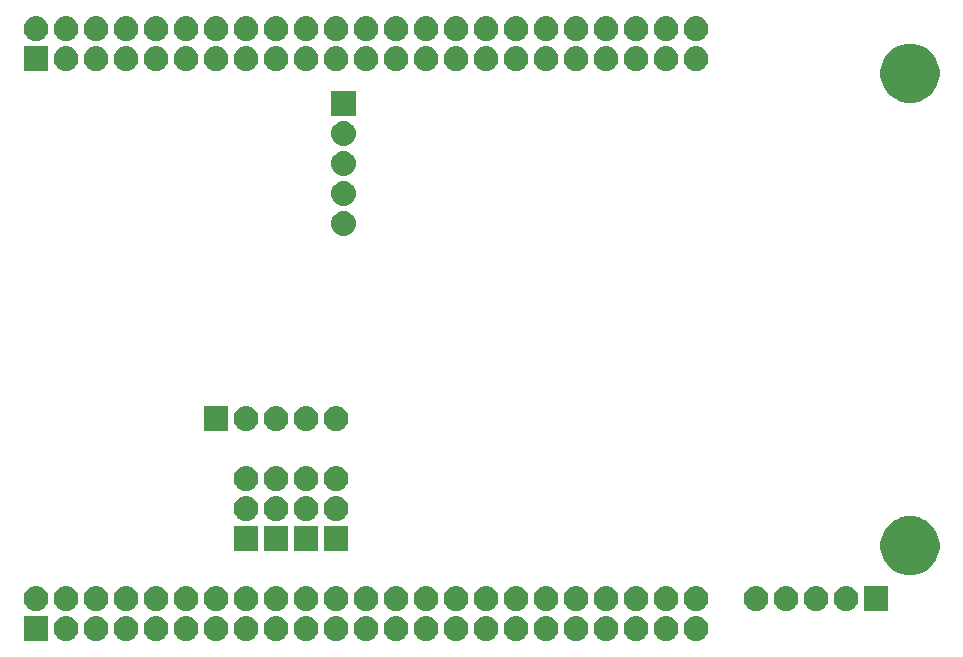
<source format=gbs>
G04 #@! TF.GenerationSoftware,KiCad,Pcbnew,(5.1.0)-1*
G04 #@! TF.CreationDate,2019-05-27T21:22:36+02:00*
G04 #@! TF.ProjectId,TFT-Interface,5446542d-496e-4746-9572-666163652e6b,rev?*
G04 #@! TF.SameCoordinates,Original*
G04 #@! TF.FileFunction,Soldermask,Bot*
G04 #@! TF.FilePolarity,Negative*
%FSLAX46Y46*%
G04 Gerber Fmt 4.6, Leading zero omitted, Abs format (unit mm)*
G04 Created by KiCad (PCBNEW (5.1.0)-1) date 2019-05-27 21:22:36*
%MOMM*%
%LPD*%
G04 APERTURE LIST*
%ADD10C,0.100000*%
G04 APERTURE END LIST*
D10*
G36*
X173718707Y-115957597D02*
G01*
X173795836Y-115965193D01*
X173993762Y-116025233D01*
X173993765Y-116025234D01*
X174176170Y-116122732D01*
X174336055Y-116253945D01*
X174467268Y-116413830D01*
X174564766Y-116596235D01*
X174564767Y-116596238D01*
X174624807Y-116794164D01*
X174645080Y-117000000D01*
X174624807Y-117205836D01*
X174564767Y-117403762D01*
X174564766Y-117403765D01*
X174467268Y-117586170D01*
X174336055Y-117746055D01*
X174176170Y-117877268D01*
X173993765Y-117974766D01*
X173993762Y-117974767D01*
X173795836Y-118034807D01*
X173718707Y-118042404D01*
X173641580Y-118050000D01*
X173538420Y-118050000D01*
X173461293Y-118042404D01*
X173384164Y-118034807D01*
X173186238Y-117974767D01*
X173186235Y-117974766D01*
X173003830Y-117877268D01*
X172843945Y-117746055D01*
X172712732Y-117586170D01*
X172615234Y-117403765D01*
X172615233Y-117403762D01*
X172555193Y-117205836D01*
X172534920Y-117000000D01*
X172555193Y-116794164D01*
X172615233Y-116596238D01*
X172615234Y-116596235D01*
X172712732Y-116413830D01*
X172843945Y-116253945D01*
X173003830Y-116122732D01*
X173186235Y-116025234D01*
X173186238Y-116025233D01*
X173384164Y-115965193D01*
X173461293Y-115957597D01*
X173538420Y-115950000D01*
X173641580Y-115950000D01*
X173718707Y-115957597D01*
X173718707Y-115957597D01*
G37*
G36*
X145778707Y-115957597D02*
G01*
X145855836Y-115965193D01*
X146053762Y-116025233D01*
X146053765Y-116025234D01*
X146236170Y-116122732D01*
X146396055Y-116253945D01*
X146527268Y-116413830D01*
X146624766Y-116596235D01*
X146624767Y-116596238D01*
X146684807Y-116794164D01*
X146705080Y-117000000D01*
X146684807Y-117205836D01*
X146624767Y-117403762D01*
X146624766Y-117403765D01*
X146527268Y-117586170D01*
X146396055Y-117746055D01*
X146236170Y-117877268D01*
X146053765Y-117974766D01*
X146053762Y-117974767D01*
X145855836Y-118034807D01*
X145778707Y-118042404D01*
X145701580Y-118050000D01*
X145598420Y-118050000D01*
X145521293Y-118042404D01*
X145444164Y-118034807D01*
X145246238Y-117974767D01*
X145246235Y-117974766D01*
X145063830Y-117877268D01*
X144903945Y-117746055D01*
X144772732Y-117586170D01*
X144675234Y-117403765D01*
X144675233Y-117403762D01*
X144615193Y-117205836D01*
X144594920Y-117000000D01*
X144615193Y-116794164D01*
X144675233Y-116596238D01*
X144675234Y-116596235D01*
X144772732Y-116413830D01*
X144903945Y-116253945D01*
X145063830Y-116122732D01*
X145246235Y-116025234D01*
X145246238Y-116025233D01*
X145444164Y-115965193D01*
X145521293Y-115957597D01*
X145598420Y-115950000D01*
X145701580Y-115950000D01*
X145778707Y-115957597D01*
X145778707Y-115957597D01*
G37*
G36*
X176258707Y-115957597D02*
G01*
X176335836Y-115965193D01*
X176533762Y-116025233D01*
X176533765Y-116025234D01*
X176716170Y-116122732D01*
X176876055Y-116253945D01*
X177007268Y-116413830D01*
X177104766Y-116596235D01*
X177104767Y-116596238D01*
X177164807Y-116794164D01*
X177185080Y-117000000D01*
X177164807Y-117205836D01*
X177104767Y-117403762D01*
X177104766Y-117403765D01*
X177007268Y-117586170D01*
X176876055Y-117746055D01*
X176716170Y-117877268D01*
X176533765Y-117974766D01*
X176533762Y-117974767D01*
X176335836Y-118034807D01*
X176258707Y-118042404D01*
X176181580Y-118050000D01*
X176078420Y-118050000D01*
X176001293Y-118042404D01*
X175924164Y-118034807D01*
X175726238Y-117974767D01*
X175726235Y-117974766D01*
X175543830Y-117877268D01*
X175383945Y-117746055D01*
X175252732Y-117586170D01*
X175155234Y-117403765D01*
X175155233Y-117403762D01*
X175095193Y-117205836D01*
X175074920Y-117000000D01*
X175095193Y-116794164D01*
X175155233Y-116596238D01*
X175155234Y-116596235D01*
X175252732Y-116413830D01*
X175383945Y-116253945D01*
X175543830Y-116122732D01*
X175726235Y-116025234D01*
X175726238Y-116025233D01*
X175924164Y-115965193D01*
X176001293Y-115957597D01*
X176078420Y-115950000D01*
X176181580Y-115950000D01*
X176258707Y-115957597D01*
X176258707Y-115957597D01*
G37*
G36*
X121300000Y-118050000D02*
G01*
X119200000Y-118050000D01*
X119200000Y-115950000D01*
X121300000Y-115950000D01*
X121300000Y-118050000D01*
X121300000Y-118050000D01*
G37*
G36*
X122918707Y-115957597D02*
G01*
X122995836Y-115965193D01*
X123193762Y-116025233D01*
X123193765Y-116025234D01*
X123376170Y-116122732D01*
X123536055Y-116253945D01*
X123667268Y-116413830D01*
X123764766Y-116596235D01*
X123764767Y-116596238D01*
X123824807Y-116794164D01*
X123845080Y-117000000D01*
X123824807Y-117205836D01*
X123764767Y-117403762D01*
X123764766Y-117403765D01*
X123667268Y-117586170D01*
X123536055Y-117746055D01*
X123376170Y-117877268D01*
X123193765Y-117974766D01*
X123193762Y-117974767D01*
X122995836Y-118034807D01*
X122918707Y-118042404D01*
X122841580Y-118050000D01*
X122738420Y-118050000D01*
X122661293Y-118042404D01*
X122584164Y-118034807D01*
X122386238Y-117974767D01*
X122386235Y-117974766D01*
X122203830Y-117877268D01*
X122043945Y-117746055D01*
X121912732Y-117586170D01*
X121815234Y-117403765D01*
X121815233Y-117403762D01*
X121755193Y-117205836D01*
X121734920Y-117000000D01*
X121755193Y-116794164D01*
X121815233Y-116596238D01*
X121815234Y-116596235D01*
X121912732Y-116413830D01*
X122043945Y-116253945D01*
X122203830Y-116122732D01*
X122386235Y-116025234D01*
X122386238Y-116025233D01*
X122584164Y-115965193D01*
X122661293Y-115957597D01*
X122738420Y-115950000D01*
X122841580Y-115950000D01*
X122918707Y-115957597D01*
X122918707Y-115957597D01*
G37*
G36*
X125458707Y-115957597D02*
G01*
X125535836Y-115965193D01*
X125733762Y-116025233D01*
X125733765Y-116025234D01*
X125916170Y-116122732D01*
X126076055Y-116253945D01*
X126207268Y-116413830D01*
X126304766Y-116596235D01*
X126304767Y-116596238D01*
X126364807Y-116794164D01*
X126385080Y-117000000D01*
X126364807Y-117205836D01*
X126304767Y-117403762D01*
X126304766Y-117403765D01*
X126207268Y-117586170D01*
X126076055Y-117746055D01*
X125916170Y-117877268D01*
X125733765Y-117974766D01*
X125733762Y-117974767D01*
X125535836Y-118034807D01*
X125458707Y-118042404D01*
X125381580Y-118050000D01*
X125278420Y-118050000D01*
X125201293Y-118042404D01*
X125124164Y-118034807D01*
X124926238Y-117974767D01*
X124926235Y-117974766D01*
X124743830Y-117877268D01*
X124583945Y-117746055D01*
X124452732Y-117586170D01*
X124355234Y-117403765D01*
X124355233Y-117403762D01*
X124295193Y-117205836D01*
X124274920Y-117000000D01*
X124295193Y-116794164D01*
X124355233Y-116596238D01*
X124355234Y-116596235D01*
X124452732Y-116413830D01*
X124583945Y-116253945D01*
X124743830Y-116122732D01*
X124926235Y-116025234D01*
X124926238Y-116025233D01*
X125124164Y-115965193D01*
X125201293Y-115957597D01*
X125278420Y-115950000D01*
X125381580Y-115950000D01*
X125458707Y-115957597D01*
X125458707Y-115957597D01*
G37*
G36*
X127998707Y-115957597D02*
G01*
X128075836Y-115965193D01*
X128273762Y-116025233D01*
X128273765Y-116025234D01*
X128456170Y-116122732D01*
X128616055Y-116253945D01*
X128747268Y-116413830D01*
X128844766Y-116596235D01*
X128844767Y-116596238D01*
X128904807Y-116794164D01*
X128925080Y-117000000D01*
X128904807Y-117205836D01*
X128844767Y-117403762D01*
X128844766Y-117403765D01*
X128747268Y-117586170D01*
X128616055Y-117746055D01*
X128456170Y-117877268D01*
X128273765Y-117974766D01*
X128273762Y-117974767D01*
X128075836Y-118034807D01*
X127998707Y-118042404D01*
X127921580Y-118050000D01*
X127818420Y-118050000D01*
X127741293Y-118042404D01*
X127664164Y-118034807D01*
X127466238Y-117974767D01*
X127466235Y-117974766D01*
X127283830Y-117877268D01*
X127123945Y-117746055D01*
X126992732Y-117586170D01*
X126895234Y-117403765D01*
X126895233Y-117403762D01*
X126835193Y-117205836D01*
X126814920Y-117000000D01*
X126835193Y-116794164D01*
X126895233Y-116596238D01*
X126895234Y-116596235D01*
X126992732Y-116413830D01*
X127123945Y-116253945D01*
X127283830Y-116122732D01*
X127466235Y-116025234D01*
X127466238Y-116025233D01*
X127664164Y-115965193D01*
X127741293Y-115957597D01*
X127818420Y-115950000D01*
X127921580Y-115950000D01*
X127998707Y-115957597D01*
X127998707Y-115957597D01*
G37*
G36*
X130538707Y-115957597D02*
G01*
X130615836Y-115965193D01*
X130813762Y-116025233D01*
X130813765Y-116025234D01*
X130996170Y-116122732D01*
X131156055Y-116253945D01*
X131287268Y-116413830D01*
X131384766Y-116596235D01*
X131384767Y-116596238D01*
X131444807Y-116794164D01*
X131465080Y-117000000D01*
X131444807Y-117205836D01*
X131384767Y-117403762D01*
X131384766Y-117403765D01*
X131287268Y-117586170D01*
X131156055Y-117746055D01*
X130996170Y-117877268D01*
X130813765Y-117974766D01*
X130813762Y-117974767D01*
X130615836Y-118034807D01*
X130538707Y-118042404D01*
X130461580Y-118050000D01*
X130358420Y-118050000D01*
X130281293Y-118042404D01*
X130204164Y-118034807D01*
X130006238Y-117974767D01*
X130006235Y-117974766D01*
X129823830Y-117877268D01*
X129663945Y-117746055D01*
X129532732Y-117586170D01*
X129435234Y-117403765D01*
X129435233Y-117403762D01*
X129375193Y-117205836D01*
X129354920Y-117000000D01*
X129375193Y-116794164D01*
X129435233Y-116596238D01*
X129435234Y-116596235D01*
X129532732Y-116413830D01*
X129663945Y-116253945D01*
X129823830Y-116122732D01*
X130006235Y-116025234D01*
X130006238Y-116025233D01*
X130204164Y-115965193D01*
X130281293Y-115957597D01*
X130358420Y-115950000D01*
X130461580Y-115950000D01*
X130538707Y-115957597D01*
X130538707Y-115957597D01*
G37*
G36*
X133078707Y-115957597D02*
G01*
X133155836Y-115965193D01*
X133353762Y-116025233D01*
X133353765Y-116025234D01*
X133536170Y-116122732D01*
X133696055Y-116253945D01*
X133827268Y-116413830D01*
X133924766Y-116596235D01*
X133924767Y-116596238D01*
X133984807Y-116794164D01*
X134005080Y-117000000D01*
X133984807Y-117205836D01*
X133924767Y-117403762D01*
X133924766Y-117403765D01*
X133827268Y-117586170D01*
X133696055Y-117746055D01*
X133536170Y-117877268D01*
X133353765Y-117974766D01*
X133353762Y-117974767D01*
X133155836Y-118034807D01*
X133078707Y-118042404D01*
X133001580Y-118050000D01*
X132898420Y-118050000D01*
X132821293Y-118042404D01*
X132744164Y-118034807D01*
X132546238Y-117974767D01*
X132546235Y-117974766D01*
X132363830Y-117877268D01*
X132203945Y-117746055D01*
X132072732Y-117586170D01*
X131975234Y-117403765D01*
X131975233Y-117403762D01*
X131915193Y-117205836D01*
X131894920Y-117000000D01*
X131915193Y-116794164D01*
X131975233Y-116596238D01*
X131975234Y-116596235D01*
X132072732Y-116413830D01*
X132203945Y-116253945D01*
X132363830Y-116122732D01*
X132546235Y-116025234D01*
X132546238Y-116025233D01*
X132744164Y-115965193D01*
X132821293Y-115957597D01*
X132898420Y-115950000D01*
X133001580Y-115950000D01*
X133078707Y-115957597D01*
X133078707Y-115957597D01*
G37*
G36*
X135618707Y-115957597D02*
G01*
X135695836Y-115965193D01*
X135893762Y-116025233D01*
X135893765Y-116025234D01*
X136076170Y-116122732D01*
X136236055Y-116253945D01*
X136367268Y-116413830D01*
X136464766Y-116596235D01*
X136464767Y-116596238D01*
X136524807Y-116794164D01*
X136545080Y-117000000D01*
X136524807Y-117205836D01*
X136464767Y-117403762D01*
X136464766Y-117403765D01*
X136367268Y-117586170D01*
X136236055Y-117746055D01*
X136076170Y-117877268D01*
X135893765Y-117974766D01*
X135893762Y-117974767D01*
X135695836Y-118034807D01*
X135618707Y-118042404D01*
X135541580Y-118050000D01*
X135438420Y-118050000D01*
X135361293Y-118042404D01*
X135284164Y-118034807D01*
X135086238Y-117974767D01*
X135086235Y-117974766D01*
X134903830Y-117877268D01*
X134743945Y-117746055D01*
X134612732Y-117586170D01*
X134515234Y-117403765D01*
X134515233Y-117403762D01*
X134455193Y-117205836D01*
X134434920Y-117000000D01*
X134455193Y-116794164D01*
X134515233Y-116596238D01*
X134515234Y-116596235D01*
X134612732Y-116413830D01*
X134743945Y-116253945D01*
X134903830Y-116122732D01*
X135086235Y-116025234D01*
X135086238Y-116025233D01*
X135284164Y-115965193D01*
X135361293Y-115957597D01*
X135438420Y-115950000D01*
X135541580Y-115950000D01*
X135618707Y-115957597D01*
X135618707Y-115957597D01*
G37*
G36*
X138158707Y-115957597D02*
G01*
X138235836Y-115965193D01*
X138433762Y-116025233D01*
X138433765Y-116025234D01*
X138616170Y-116122732D01*
X138776055Y-116253945D01*
X138907268Y-116413830D01*
X139004766Y-116596235D01*
X139004767Y-116596238D01*
X139064807Y-116794164D01*
X139085080Y-117000000D01*
X139064807Y-117205836D01*
X139004767Y-117403762D01*
X139004766Y-117403765D01*
X138907268Y-117586170D01*
X138776055Y-117746055D01*
X138616170Y-117877268D01*
X138433765Y-117974766D01*
X138433762Y-117974767D01*
X138235836Y-118034807D01*
X138158707Y-118042404D01*
X138081580Y-118050000D01*
X137978420Y-118050000D01*
X137901293Y-118042404D01*
X137824164Y-118034807D01*
X137626238Y-117974767D01*
X137626235Y-117974766D01*
X137443830Y-117877268D01*
X137283945Y-117746055D01*
X137152732Y-117586170D01*
X137055234Y-117403765D01*
X137055233Y-117403762D01*
X136995193Y-117205836D01*
X136974920Y-117000000D01*
X136995193Y-116794164D01*
X137055233Y-116596238D01*
X137055234Y-116596235D01*
X137152732Y-116413830D01*
X137283945Y-116253945D01*
X137443830Y-116122732D01*
X137626235Y-116025234D01*
X137626238Y-116025233D01*
X137824164Y-115965193D01*
X137901293Y-115957597D01*
X137978420Y-115950000D01*
X138081580Y-115950000D01*
X138158707Y-115957597D01*
X138158707Y-115957597D01*
G37*
G36*
X140698707Y-115957597D02*
G01*
X140775836Y-115965193D01*
X140973762Y-116025233D01*
X140973765Y-116025234D01*
X141156170Y-116122732D01*
X141316055Y-116253945D01*
X141447268Y-116413830D01*
X141544766Y-116596235D01*
X141544767Y-116596238D01*
X141604807Y-116794164D01*
X141625080Y-117000000D01*
X141604807Y-117205836D01*
X141544767Y-117403762D01*
X141544766Y-117403765D01*
X141447268Y-117586170D01*
X141316055Y-117746055D01*
X141156170Y-117877268D01*
X140973765Y-117974766D01*
X140973762Y-117974767D01*
X140775836Y-118034807D01*
X140698707Y-118042404D01*
X140621580Y-118050000D01*
X140518420Y-118050000D01*
X140441293Y-118042404D01*
X140364164Y-118034807D01*
X140166238Y-117974767D01*
X140166235Y-117974766D01*
X139983830Y-117877268D01*
X139823945Y-117746055D01*
X139692732Y-117586170D01*
X139595234Y-117403765D01*
X139595233Y-117403762D01*
X139535193Y-117205836D01*
X139514920Y-117000000D01*
X139535193Y-116794164D01*
X139595233Y-116596238D01*
X139595234Y-116596235D01*
X139692732Y-116413830D01*
X139823945Y-116253945D01*
X139983830Y-116122732D01*
X140166235Y-116025234D01*
X140166238Y-116025233D01*
X140364164Y-115965193D01*
X140441293Y-115957597D01*
X140518420Y-115950000D01*
X140621580Y-115950000D01*
X140698707Y-115957597D01*
X140698707Y-115957597D01*
G37*
G36*
X148318707Y-115957597D02*
G01*
X148395836Y-115965193D01*
X148593762Y-116025233D01*
X148593765Y-116025234D01*
X148776170Y-116122732D01*
X148936055Y-116253945D01*
X149067268Y-116413830D01*
X149164766Y-116596235D01*
X149164767Y-116596238D01*
X149224807Y-116794164D01*
X149245080Y-117000000D01*
X149224807Y-117205836D01*
X149164767Y-117403762D01*
X149164766Y-117403765D01*
X149067268Y-117586170D01*
X148936055Y-117746055D01*
X148776170Y-117877268D01*
X148593765Y-117974766D01*
X148593762Y-117974767D01*
X148395836Y-118034807D01*
X148318707Y-118042404D01*
X148241580Y-118050000D01*
X148138420Y-118050000D01*
X148061293Y-118042404D01*
X147984164Y-118034807D01*
X147786238Y-117974767D01*
X147786235Y-117974766D01*
X147603830Y-117877268D01*
X147443945Y-117746055D01*
X147312732Y-117586170D01*
X147215234Y-117403765D01*
X147215233Y-117403762D01*
X147155193Y-117205836D01*
X147134920Y-117000000D01*
X147155193Y-116794164D01*
X147215233Y-116596238D01*
X147215234Y-116596235D01*
X147312732Y-116413830D01*
X147443945Y-116253945D01*
X147603830Y-116122732D01*
X147786235Y-116025234D01*
X147786238Y-116025233D01*
X147984164Y-115965193D01*
X148061293Y-115957597D01*
X148138420Y-115950000D01*
X148241580Y-115950000D01*
X148318707Y-115957597D01*
X148318707Y-115957597D01*
G37*
G36*
X143238707Y-115957597D02*
G01*
X143315836Y-115965193D01*
X143513762Y-116025233D01*
X143513765Y-116025234D01*
X143696170Y-116122732D01*
X143856055Y-116253945D01*
X143987268Y-116413830D01*
X144084766Y-116596235D01*
X144084767Y-116596238D01*
X144144807Y-116794164D01*
X144165080Y-117000000D01*
X144144807Y-117205836D01*
X144084767Y-117403762D01*
X144084766Y-117403765D01*
X143987268Y-117586170D01*
X143856055Y-117746055D01*
X143696170Y-117877268D01*
X143513765Y-117974766D01*
X143513762Y-117974767D01*
X143315836Y-118034807D01*
X143238707Y-118042404D01*
X143161580Y-118050000D01*
X143058420Y-118050000D01*
X142981293Y-118042404D01*
X142904164Y-118034807D01*
X142706238Y-117974767D01*
X142706235Y-117974766D01*
X142523830Y-117877268D01*
X142363945Y-117746055D01*
X142232732Y-117586170D01*
X142135234Y-117403765D01*
X142135233Y-117403762D01*
X142075193Y-117205836D01*
X142054920Y-117000000D01*
X142075193Y-116794164D01*
X142135233Y-116596238D01*
X142135234Y-116596235D01*
X142232732Y-116413830D01*
X142363945Y-116253945D01*
X142523830Y-116122732D01*
X142706235Y-116025234D01*
X142706238Y-116025233D01*
X142904164Y-115965193D01*
X142981293Y-115957597D01*
X143058420Y-115950000D01*
X143161580Y-115950000D01*
X143238707Y-115957597D01*
X143238707Y-115957597D01*
G37*
G36*
X171178707Y-115957597D02*
G01*
X171255836Y-115965193D01*
X171453762Y-116025233D01*
X171453765Y-116025234D01*
X171636170Y-116122732D01*
X171796055Y-116253945D01*
X171927268Y-116413830D01*
X172024766Y-116596235D01*
X172024767Y-116596238D01*
X172084807Y-116794164D01*
X172105080Y-117000000D01*
X172084807Y-117205836D01*
X172024767Y-117403762D01*
X172024766Y-117403765D01*
X171927268Y-117586170D01*
X171796055Y-117746055D01*
X171636170Y-117877268D01*
X171453765Y-117974766D01*
X171453762Y-117974767D01*
X171255836Y-118034807D01*
X171178707Y-118042404D01*
X171101580Y-118050000D01*
X170998420Y-118050000D01*
X170921293Y-118042404D01*
X170844164Y-118034807D01*
X170646238Y-117974767D01*
X170646235Y-117974766D01*
X170463830Y-117877268D01*
X170303945Y-117746055D01*
X170172732Y-117586170D01*
X170075234Y-117403765D01*
X170075233Y-117403762D01*
X170015193Y-117205836D01*
X169994920Y-117000000D01*
X170015193Y-116794164D01*
X170075233Y-116596238D01*
X170075234Y-116596235D01*
X170172732Y-116413830D01*
X170303945Y-116253945D01*
X170463830Y-116122732D01*
X170646235Y-116025234D01*
X170646238Y-116025233D01*
X170844164Y-115965193D01*
X170921293Y-115957597D01*
X170998420Y-115950000D01*
X171101580Y-115950000D01*
X171178707Y-115957597D01*
X171178707Y-115957597D01*
G37*
G36*
X168638707Y-115957597D02*
G01*
X168715836Y-115965193D01*
X168913762Y-116025233D01*
X168913765Y-116025234D01*
X169096170Y-116122732D01*
X169256055Y-116253945D01*
X169387268Y-116413830D01*
X169484766Y-116596235D01*
X169484767Y-116596238D01*
X169544807Y-116794164D01*
X169565080Y-117000000D01*
X169544807Y-117205836D01*
X169484767Y-117403762D01*
X169484766Y-117403765D01*
X169387268Y-117586170D01*
X169256055Y-117746055D01*
X169096170Y-117877268D01*
X168913765Y-117974766D01*
X168913762Y-117974767D01*
X168715836Y-118034807D01*
X168638707Y-118042404D01*
X168561580Y-118050000D01*
X168458420Y-118050000D01*
X168381293Y-118042404D01*
X168304164Y-118034807D01*
X168106238Y-117974767D01*
X168106235Y-117974766D01*
X167923830Y-117877268D01*
X167763945Y-117746055D01*
X167632732Y-117586170D01*
X167535234Y-117403765D01*
X167535233Y-117403762D01*
X167475193Y-117205836D01*
X167454920Y-117000000D01*
X167475193Y-116794164D01*
X167535233Y-116596238D01*
X167535234Y-116596235D01*
X167632732Y-116413830D01*
X167763945Y-116253945D01*
X167923830Y-116122732D01*
X168106235Y-116025234D01*
X168106238Y-116025233D01*
X168304164Y-115965193D01*
X168381293Y-115957597D01*
X168458420Y-115950000D01*
X168561580Y-115950000D01*
X168638707Y-115957597D01*
X168638707Y-115957597D01*
G37*
G36*
X166098707Y-115957597D02*
G01*
X166175836Y-115965193D01*
X166373762Y-116025233D01*
X166373765Y-116025234D01*
X166556170Y-116122732D01*
X166716055Y-116253945D01*
X166847268Y-116413830D01*
X166944766Y-116596235D01*
X166944767Y-116596238D01*
X167004807Y-116794164D01*
X167025080Y-117000000D01*
X167004807Y-117205836D01*
X166944767Y-117403762D01*
X166944766Y-117403765D01*
X166847268Y-117586170D01*
X166716055Y-117746055D01*
X166556170Y-117877268D01*
X166373765Y-117974766D01*
X166373762Y-117974767D01*
X166175836Y-118034807D01*
X166098707Y-118042404D01*
X166021580Y-118050000D01*
X165918420Y-118050000D01*
X165841293Y-118042404D01*
X165764164Y-118034807D01*
X165566238Y-117974767D01*
X165566235Y-117974766D01*
X165383830Y-117877268D01*
X165223945Y-117746055D01*
X165092732Y-117586170D01*
X164995234Y-117403765D01*
X164995233Y-117403762D01*
X164935193Y-117205836D01*
X164914920Y-117000000D01*
X164935193Y-116794164D01*
X164995233Y-116596238D01*
X164995234Y-116596235D01*
X165092732Y-116413830D01*
X165223945Y-116253945D01*
X165383830Y-116122732D01*
X165566235Y-116025234D01*
X165566238Y-116025233D01*
X165764164Y-115965193D01*
X165841293Y-115957597D01*
X165918420Y-115950000D01*
X166021580Y-115950000D01*
X166098707Y-115957597D01*
X166098707Y-115957597D01*
G37*
G36*
X163558707Y-115957597D02*
G01*
X163635836Y-115965193D01*
X163833762Y-116025233D01*
X163833765Y-116025234D01*
X164016170Y-116122732D01*
X164176055Y-116253945D01*
X164307268Y-116413830D01*
X164404766Y-116596235D01*
X164404767Y-116596238D01*
X164464807Y-116794164D01*
X164485080Y-117000000D01*
X164464807Y-117205836D01*
X164404767Y-117403762D01*
X164404766Y-117403765D01*
X164307268Y-117586170D01*
X164176055Y-117746055D01*
X164016170Y-117877268D01*
X163833765Y-117974766D01*
X163833762Y-117974767D01*
X163635836Y-118034807D01*
X163558707Y-118042404D01*
X163481580Y-118050000D01*
X163378420Y-118050000D01*
X163301293Y-118042404D01*
X163224164Y-118034807D01*
X163026238Y-117974767D01*
X163026235Y-117974766D01*
X162843830Y-117877268D01*
X162683945Y-117746055D01*
X162552732Y-117586170D01*
X162455234Y-117403765D01*
X162455233Y-117403762D01*
X162395193Y-117205836D01*
X162374920Y-117000000D01*
X162395193Y-116794164D01*
X162455233Y-116596238D01*
X162455234Y-116596235D01*
X162552732Y-116413830D01*
X162683945Y-116253945D01*
X162843830Y-116122732D01*
X163026235Y-116025234D01*
X163026238Y-116025233D01*
X163224164Y-115965193D01*
X163301293Y-115957597D01*
X163378420Y-115950000D01*
X163481580Y-115950000D01*
X163558707Y-115957597D01*
X163558707Y-115957597D01*
G37*
G36*
X161018707Y-115957597D02*
G01*
X161095836Y-115965193D01*
X161293762Y-116025233D01*
X161293765Y-116025234D01*
X161476170Y-116122732D01*
X161636055Y-116253945D01*
X161767268Y-116413830D01*
X161864766Y-116596235D01*
X161864767Y-116596238D01*
X161924807Y-116794164D01*
X161945080Y-117000000D01*
X161924807Y-117205836D01*
X161864767Y-117403762D01*
X161864766Y-117403765D01*
X161767268Y-117586170D01*
X161636055Y-117746055D01*
X161476170Y-117877268D01*
X161293765Y-117974766D01*
X161293762Y-117974767D01*
X161095836Y-118034807D01*
X161018707Y-118042404D01*
X160941580Y-118050000D01*
X160838420Y-118050000D01*
X160761293Y-118042404D01*
X160684164Y-118034807D01*
X160486238Y-117974767D01*
X160486235Y-117974766D01*
X160303830Y-117877268D01*
X160143945Y-117746055D01*
X160012732Y-117586170D01*
X159915234Y-117403765D01*
X159915233Y-117403762D01*
X159855193Y-117205836D01*
X159834920Y-117000000D01*
X159855193Y-116794164D01*
X159915233Y-116596238D01*
X159915234Y-116596235D01*
X160012732Y-116413830D01*
X160143945Y-116253945D01*
X160303830Y-116122732D01*
X160486235Y-116025234D01*
X160486238Y-116025233D01*
X160684164Y-115965193D01*
X160761293Y-115957597D01*
X160838420Y-115950000D01*
X160941580Y-115950000D01*
X161018707Y-115957597D01*
X161018707Y-115957597D01*
G37*
G36*
X158478707Y-115957597D02*
G01*
X158555836Y-115965193D01*
X158753762Y-116025233D01*
X158753765Y-116025234D01*
X158936170Y-116122732D01*
X159096055Y-116253945D01*
X159227268Y-116413830D01*
X159324766Y-116596235D01*
X159324767Y-116596238D01*
X159384807Y-116794164D01*
X159405080Y-117000000D01*
X159384807Y-117205836D01*
X159324767Y-117403762D01*
X159324766Y-117403765D01*
X159227268Y-117586170D01*
X159096055Y-117746055D01*
X158936170Y-117877268D01*
X158753765Y-117974766D01*
X158753762Y-117974767D01*
X158555836Y-118034807D01*
X158478707Y-118042404D01*
X158401580Y-118050000D01*
X158298420Y-118050000D01*
X158221293Y-118042404D01*
X158144164Y-118034807D01*
X157946238Y-117974767D01*
X157946235Y-117974766D01*
X157763830Y-117877268D01*
X157603945Y-117746055D01*
X157472732Y-117586170D01*
X157375234Y-117403765D01*
X157375233Y-117403762D01*
X157315193Y-117205836D01*
X157294920Y-117000000D01*
X157315193Y-116794164D01*
X157375233Y-116596238D01*
X157375234Y-116596235D01*
X157472732Y-116413830D01*
X157603945Y-116253945D01*
X157763830Y-116122732D01*
X157946235Y-116025234D01*
X157946238Y-116025233D01*
X158144164Y-115965193D01*
X158221293Y-115957597D01*
X158298420Y-115950000D01*
X158401580Y-115950000D01*
X158478707Y-115957597D01*
X158478707Y-115957597D01*
G37*
G36*
X155938707Y-115957597D02*
G01*
X156015836Y-115965193D01*
X156213762Y-116025233D01*
X156213765Y-116025234D01*
X156396170Y-116122732D01*
X156556055Y-116253945D01*
X156687268Y-116413830D01*
X156784766Y-116596235D01*
X156784767Y-116596238D01*
X156844807Y-116794164D01*
X156865080Y-117000000D01*
X156844807Y-117205836D01*
X156784767Y-117403762D01*
X156784766Y-117403765D01*
X156687268Y-117586170D01*
X156556055Y-117746055D01*
X156396170Y-117877268D01*
X156213765Y-117974766D01*
X156213762Y-117974767D01*
X156015836Y-118034807D01*
X155938707Y-118042404D01*
X155861580Y-118050000D01*
X155758420Y-118050000D01*
X155681293Y-118042404D01*
X155604164Y-118034807D01*
X155406238Y-117974767D01*
X155406235Y-117974766D01*
X155223830Y-117877268D01*
X155063945Y-117746055D01*
X154932732Y-117586170D01*
X154835234Y-117403765D01*
X154835233Y-117403762D01*
X154775193Y-117205836D01*
X154754920Y-117000000D01*
X154775193Y-116794164D01*
X154835233Y-116596238D01*
X154835234Y-116596235D01*
X154932732Y-116413830D01*
X155063945Y-116253945D01*
X155223830Y-116122732D01*
X155406235Y-116025234D01*
X155406238Y-116025233D01*
X155604164Y-115965193D01*
X155681293Y-115957597D01*
X155758420Y-115950000D01*
X155861580Y-115950000D01*
X155938707Y-115957597D01*
X155938707Y-115957597D01*
G37*
G36*
X153398707Y-115957597D02*
G01*
X153475836Y-115965193D01*
X153673762Y-116025233D01*
X153673765Y-116025234D01*
X153856170Y-116122732D01*
X154016055Y-116253945D01*
X154147268Y-116413830D01*
X154244766Y-116596235D01*
X154244767Y-116596238D01*
X154304807Y-116794164D01*
X154325080Y-117000000D01*
X154304807Y-117205836D01*
X154244767Y-117403762D01*
X154244766Y-117403765D01*
X154147268Y-117586170D01*
X154016055Y-117746055D01*
X153856170Y-117877268D01*
X153673765Y-117974766D01*
X153673762Y-117974767D01*
X153475836Y-118034807D01*
X153398707Y-118042404D01*
X153321580Y-118050000D01*
X153218420Y-118050000D01*
X153141293Y-118042404D01*
X153064164Y-118034807D01*
X152866238Y-117974767D01*
X152866235Y-117974766D01*
X152683830Y-117877268D01*
X152523945Y-117746055D01*
X152392732Y-117586170D01*
X152295234Y-117403765D01*
X152295233Y-117403762D01*
X152235193Y-117205836D01*
X152214920Y-117000000D01*
X152235193Y-116794164D01*
X152295233Y-116596238D01*
X152295234Y-116596235D01*
X152392732Y-116413830D01*
X152523945Y-116253945D01*
X152683830Y-116122732D01*
X152866235Y-116025234D01*
X152866238Y-116025233D01*
X153064164Y-115965193D01*
X153141293Y-115957597D01*
X153218420Y-115950000D01*
X153321580Y-115950000D01*
X153398707Y-115957597D01*
X153398707Y-115957597D01*
G37*
G36*
X150858707Y-115957597D02*
G01*
X150935836Y-115965193D01*
X151133762Y-116025233D01*
X151133765Y-116025234D01*
X151316170Y-116122732D01*
X151476055Y-116253945D01*
X151607268Y-116413830D01*
X151704766Y-116596235D01*
X151704767Y-116596238D01*
X151764807Y-116794164D01*
X151785080Y-117000000D01*
X151764807Y-117205836D01*
X151704767Y-117403762D01*
X151704766Y-117403765D01*
X151607268Y-117586170D01*
X151476055Y-117746055D01*
X151316170Y-117877268D01*
X151133765Y-117974766D01*
X151133762Y-117974767D01*
X150935836Y-118034807D01*
X150858707Y-118042404D01*
X150781580Y-118050000D01*
X150678420Y-118050000D01*
X150601293Y-118042404D01*
X150524164Y-118034807D01*
X150326238Y-117974767D01*
X150326235Y-117974766D01*
X150143830Y-117877268D01*
X149983945Y-117746055D01*
X149852732Y-117586170D01*
X149755234Y-117403765D01*
X149755233Y-117403762D01*
X149695193Y-117205836D01*
X149674920Y-117000000D01*
X149695193Y-116794164D01*
X149755233Y-116596238D01*
X149755234Y-116596235D01*
X149852732Y-116413830D01*
X149983945Y-116253945D01*
X150143830Y-116122732D01*
X150326235Y-116025234D01*
X150326238Y-116025233D01*
X150524164Y-115965193D01*
X150601293Y-115957597D01*
X150678420Y-115950000D01*
X150781580Y-115950000D01*
X150858707Y-115957597D01*
X150858707Y-115957597D01*
G37*
G36*
X168638707Y-113417597D02*
G01*
X168715836Y-113425193D01*
X168913762Y-113485233D01*
X168913765Y-113485234D01*
X169096170Y-113582732D01*
X169256055Y-113713945D01*
X169387268Y-113873830D01*
X169484766Y-114056235D01*
X169484767Y-114056238D01*
X169544807Y-114254164D01*
X169565080Y-114460000D01*
X169544807Y-114665836D01*
X169484767Y-114863762D01*
X169484766Y-114863765D01*
X169387268Y-115046170D01*
X169256055Y-115206055D01*
X169096170Y-115337268D01*
X168913765Y-115434766D01*
X168913762Y-115434767D01*
X168715836Y-115494807D01*
X168638707Y-115502404D01*
X168561580Y-115510000D01*
X168458420Y-115510000D01*
X168381293Y-115502404D01*
X168304164Y-115494807D01*
X168106238Y-115434767D01*
X168106235Y-115434766D01*
X167923830Y-115337268D01*
X167763945Y-115206055D01*
X167632732Y-115046170D01*
X167535234Y-114863765D01*
X167535233Y-114863762D01*
X167475193Y-114665836D01*
X167454920Y-114460000D01*
X167475193Y-114254164D01*
X167535233Y-114056238D01*
X167535234Y-114056235D01*
X167632732Y-113873830D01*
X167763945Y-113713945D01*
X167923830Y-113582732D01*
X168106235Y-113485234D01*
X168106238Y-113485233D01*
X168304164Y-113425193D01*
X168381293Y-113417597D01*
X168458420Y-113410000D01*
X168561580Y-113410000D01*
X168638707Y-113417597D01*
X168638707Y-113417597D01*
G37*
G36*
X166098707Y-113417597D02*
G01*
X166175836Y-113425193D01*
X166373762Y-113485233D01*
X166373765Y-113485234D01*
X166556170Y-113582732D01*
X166716055Y-113713945D01*
X166847268Y-113873830D01*
X166944766Y-114056235D01*
X166944767Y-114056238D01*
X167004807Y-114254164D01*
X167025080Y-114460000D01*
X167004807Y-114665836D01*
X166944767Y-114863762D01*
X166944766Y-114863765D01*
X166847268Y-115046170D01*
X166716055Y-115206055D01*
X166556170Y-115337268D01*
X166373765Y-115434766D01*
X166373762Y-115434767D01*
X166175836Y-115494807D01*
X166098707Y-115502404D01*
X166021580Y-115510000D01*
X165918420Y-115510000D01*
X165841293Y-115502404D01*
X165764164Y-115494807D01*
X165566238Y-115434767D01*
X165566235Y-115434766D01*
X165383830Y-115337268D01*
X165223945Y-115206055D01*
X165092732Y-115046170D01*
X164995234Y-114863765D01*
X164995233Y-114863762D01*
X164935193Y-114665836D01*
X164914920Y-114460000D01*
X164935193Y-114254164D01*
X164995233Y-114056238D01*
X164995234Y-114056235D01*
X165092732Y-113873830D01*
X165223945Y-113713945D01*
X165383830Y-113582732D01*
X165566235Y-113485234D01*
X165566238Y-113485233D01*
X165764164Y-113425193D01*
X165841293Y-113417597D01*
X165918420Y-113410000D01*
X166021580Y-113410000D01*
X166098707Y-113417597D01*
X166098707Y-113417597D01*
G37*
G36*
X163558707Y-113417597D02*
G01*
X163635836Y-113425193D01*
X163833762Y-113485233D01*
X163833765Y-113485234D01*
X164016170Y-113582732D01*
X164176055Y-113713945D01*
X164307268Y-113873830D01*
X164404766Y-114056235D01*
X164404767Y-114056238D01*
X164464807Y-114254164D01*
X164485080Y-114460000D01*
X164464807Y-114665836D01*
X164404767Y-114863762D01*
X164404766Y-114863765D01*
X164307268Y-115046170D01*
X164176055Y-115206055D01*
X164016170Y-115337268D01*
X163833765Y-115434766D01*
X163833762Y-115434767D01*
X163635836Y-115494807D01*
X163558707Y-115502404D01*
X163481580Y-115510000D01*
X163378420Y-115510000D01*
X163301293Y-115502404D01*
X163224164Y-115494807D01*
X163026238Y-115434767D01*
X163026235Y-115434766D01*
X162843830Y-115337268D01*
X162683945Y-115206055D01*
X162552732Y-115046170D01*
X162455234Y-114863765D01*
X162455233Y-114863762D01*
X162395193Y-114665836D01*
X162374920Y-114460000D01*
X162395193Y-114254164D01*
X162455233Y-114056238D01*
X162455234Y-114056235D01*
X162552732Y-113873830D01*
X162683945Y-113713945D01*
X162843830Y-113582732D01*
X163026235Y-113485234D01*
X163026238Y-113485233D01*
X163224164Y-113425193D01*
X163301293Y-113417597D01*
X163378420Y-113410000D01*
X163481580Y-113410000D01*
X163558707Y-113417597D01*
X163558707Y-113417597D01*
G37*
G36*
X161018707Y-113417597D02*
G01*
X161095836Y-113425193D01*
X161293762Y-113485233D01*
X161293765Y-113485234D01*
X161476170Y-113582732D01*
X161636055Y-113713945D01*
X161767268Y-113873830D01*
X161864766Y-114056235D01*
X161864767Y-114056238D01*
X161924807Y-114254164D01*
X161945080Y-114460000D01*
X161924807Y-114665836D01*
X161864767Y-114863762D01*
X161864766Y-114863765D01*
X161767268Y-115046170D01*
X161636055Y-115206055D01*
X161476170Y-115337268D01*
X161293765Y-115434766D01*
X161293762Y-115434767D01*
X161095836Y-115494807D01*
X161018707Y-115502404D01*
X160941580Y-115510000D01*
X160838420Y-115510000D01*
X160761293Y-115502404D01*
X160684164Y-115494807D01*
X160486238Y-115434767D01*
X160486235Y-115434766D01*
X160303830Y-115337268D01*
X160143945Y-115206055D01*
X160012732Y-115046170D01*
X159915234Y-114863765D01*
X159915233Y-114863762D01*
X159855193Y-114665836D01*
X159834920Y-114460000D01*
X159855193Y-114254164D01*
X159915233Y-114056238D01*
X159915234Y-114056235D01*
X160012732Y-113873830D01*
X160143945Y-113713945D01*
X160303830Y-113582732D01*
X160486235Y-113485234D01*
X160486238Y-113485233D01*
X160684164Y-113425193D01*
X160761293Y-113417597D01*
X160838420Y-113410000D01*
X160941580Y-113410000D01*
X161018707Y-113417597D01*
X161018707Y-113417597D01*
G37*
G36*
X158478707Y-113417597D02*
G01*
X158555836Y-113425193D01*
X158753762Y-113485233D01*
X158753765Y-113485234D01*
X158936170Y-113582732D01*
X159096055Y-113713945D01*
X159227268Y-113873830D01*
X159324766Y-114056235D01*
X159324767Y-114056238D01*
X159384807Y-114254164D01*
X159405080Y-114460000D01*
X159384807Y-114665836D01*
X159324767Y-114863762D01*
X159324766Y-114863765D01*
X159227268Y-115046170D01*
X159096055Y-115206055D01*
X158936170Y-115337268D01*
X158753765Y-115434766D01*
X158753762Y-115434767D01*
X158555836Y-115494807D01*
X158478707Y-115502404D01*
X158401580Y-115510000D01*
X158298420Y-115510000D01*
X158221293Y-115502404D01*
X158144164Y-115494807D01*
X157946238Y-115434767D01*
X157946235Y-115434766D01*
X157763830Y-115337268D01*
X157603945Y-115206055D01*
X157472732Y-115046170D01*
X157375234Y-114863765D01*
X157375233Y-114863762D01*
X157315193Y-114665836D01*
X157294920Y-114460000D01*
X157315193Y-114254164D01*
X157375233Y-114056238D01*
X157375234Y-114056235D01*
X157472732Y-113873830D01*
X157603945Y-113713945D01*
X157763830Y-113582732D01*
X157946235Y-113485234D01*
X157946238Y-113485233D01*
X158144164Y-113425193D01*
X158221293Y-113417597D01*
X158298420Y-113410000D01*
X158401580Y-113410000D01*
X158478707Y-113417597D01*
X158478707Y-113417597D01*
G37*
G36*
X133078707Y-113417597D02*
G01*
X133155836Y-113425193D01*
X133353762Y-113485233D01*
X133353765Y-113485234D01*
X133536170Y-113582732D01*
X133696055Y-113713945D01*
X133827268Y-113873830D01*
X133924766Y-114056235D01*
X133924767Y-114056238D01*
X133984807Y-114254164D01*
X134005080Y-114460000D01*
X133984807Y-114665836D01*
X133924767Y-114863762D01*
X133924766Y-114863765D01*
X133827268Y-115046170D01*
X133696055Y-115206055D01*
X133536170Y-115337268D01*
X133353765Y-115434766D01*
X133353762Y-115434767D01*
X133155836Y-115494807D01*
X133078707Y-115502404D01*
X133001580Y-115510000D01*
X132898420Y-115510000D01*
X132821293Y-115502404D01*
X132744164Y-115494807D01*
X132546238Y-115434767D01*
X132546235Y-115434766D01*
X132363830Y-115337268D01*
X132203945Y-115206055D01*
X132072732Y-115046170D01*
X131975234Y-114863765D01*
X131975233Y-114863762D01*
X131915193Y-114665836D01*
X131894920Y-114460000D01*
X131915193Y-114254164D01*
X131975233Y-114056238D01*
X131975234Y-114056235D01*
X132072732Y-113873830D01*
X132203945Y-113713945D01*
X132363830Y-113582732D01*
X132546235Y-113485234D01*
X132546238Y-113485233D01*
X132744164Y-113425193D01*
X132821293Y-113417597D01*
X132898420Y-113410000D01*
X133001580Y-113410000D01*
X133078707Y-113417597D01*
X133078707Y-113417597D01*
G37*
G36*
X153398707Y-113417597D02*
G01*
X153475836Y-113425193D01*
X153673762Y-113485233D01*
X153673765Y-113485234D01*
X153856170Y-113582732D01*
X154016055Y-113713945D01*
X154147268Y-113873830D01*
X154244766Y-114056235D01*
X154244767Y-114056238D01*
X154304807Y-114254164D01*
X154325080Y-114460000D01*
X154304807Y-114665836D01*
X154244767Y-114863762D01*
X154244766Y-114863765D01*
X154147268Y-115046170D01*
X154016055Y-115206055D01*
X153856170Y-115337268D01*
X153673765Y-115434766D01*
X153673762Y-115434767D01*
X153475836Y-115494807D01*
X153398707Y-115502404D01*
X153321580Y-115510000D01*
X153218420Y-115510000D01*
X153141293Y-115502404D01*
X153064164Y-115494807D01*
X152866238Y-115434767D01*
X152866235Y-115434766D01*
X152683830Y-115337268D01*
X152523945Y-115206055D01*
X152392732Y-115046170D01*
X152295234Y-114863765D01*
X152295233Y-114863762D01*
X152235193Y-114665836D01*
X152214920Y-114460000D01*
X152235193Y-114254164D01*
X152295233Y-114056238D01*
X152295234Y-114056235D01*
X152392732Y-113873830D01*
X152523945Y-113713945D01*
X152683830Y-113582732D01*
X152866235Y-113485234D01*
X152866238Y-113485233D01*
X153064164Y-113425193D01*
X153141293Y-113417597D01*
X153218420Y-113410000D01*
X153321580Y-113410000D01*
X153398707Y-113417597D01*
X153398707Y-113417597D01*
G37*
G36*
X150858707Y-113417597D02*
G01*
X150935836Y-113425193D01*
X151133762Y-113485233D01*
X151133765Y-113485234D01*
X151316170Y-113582732D01*
X151476055Y-113713945D01*
X151607268Y-113873830D01*
X151704766Y-114056235D01*
X151704767Y-114056238D01*
X151764807Y-114254164D01*
X151785080Y-114460000D01*
X151764807Y-114665836D01*
X151704767Y-114863762D01*
X151704766Y-114863765D01*
X151607268Y-115046170D01*
X151476055Y-115206055D01*
X151316170Y-115337268D01*
X151133765Y-115434766D01*
X151133762Y-115434767D01*
X150935836Y-115494807D01*
X150858707Y-115502404D01*
X150781580Y-115510000D01*
X150678420Y-115510000D01*
X150601293Y-115502404D01*
X150524164Y-115494807D01*
X150326238Y-115434767D01*
X150326235Y-115434766D01*
X150143830Y-115337268D01*
X149983945Y-115206055D01*
X149852732Y-115046170D01*
X149755234Y-114863765D01*
X149755233Y-114863762D01*
X149695193Y-114665836D01*
X149674920Y-114460000D01*
X149695193Y-114254164D01*
X149755233Y-114056238D01*
X149755234Y-114056235D01*
X149852732Y-113873830D01*
X149983945Y-113713945D01*
X150143830Y-113582732D01*
X150326235Y-113485234D01*
X150326238Y-113485233D01*
X150524164Y-113425193D01*
X150601293Y-113417597D01*
X150678420Y-113410000D01*
X150781580Y-113410000D01*
X150858707Y-113417597D01*
X150858707Y-113417597D01*
G37*
G36*
X148318707Y-113417597D02*
G01*
X148395836Y-113425193D01*
X148593762Y-113485233D01*
X148593765Y-113485234D01*
X148776170Y-113582732D01*
X148936055Y-113713945D01*
X149067268Y-113873830D01*
X149164766Y-114056235D01*
X149164767Y-114056238D01*
X149224807Y-114254164D01*
X149245080Y-114460000D01*
X149224807Y-114665836D01*
X149164767Y-114863762D01*
X149164766Y-114863765D01*
X149067268Y-115046170D01*
X148936055Y-115206055D01*
X148776170Y-115337268D01*
X148593765Y-115434766D01*
X148593762Y-115434767D01*
X148395836Y-115494807D01*
X148318707Y-115502404D01*
X148241580Y-115510000D01*
X148138420Y-115510000D01*
X148061293Y-115502404D01*
X147984164Y-115494807D01*
X147786238Y-115434767D01*
X147786235Y-115434766D01*
X147603830Y-115337268D01*
X147443945Y-115206055D01*
X147312732Y-115046170D01*
X147215234Y-114863765D01*
X147215233Y-114863762D01*
X147155193Y-114665836D01*
X147134920Y-114460000D01*
X147155193Y-114254164D01*
X147215233Y-114056238D01*
X147215234Y-114056235D01*
X147312732Y-113873830D01*
X147443945Y-113713945D01*
X147603830Y-113582732D01*
X147786235Y-113485234D01*
X147786238Y-113485233D01*
X147984164Y-113425193D01*
X148061293Y-113417597D01*
X148138420Y-113410000D01*
X148241580Y-113410000D01*
X148318707Y-113417597D01*
X148318707Y-113417597D01*
G37*
G36*
X145778707Y-113417597D02*
G01*
X145855836Y-113425193D01*
X146053762Y-113485233D01*
X146053765Y-113485234D01*
X146236170Y-113582732D01*
X146396055Y-113713945D01*
X146527268Y-113873830D01*
X146624766Y-114056235D01*
X146624767Y-114056238D01*
X146684807Y-114254164D01*
X146705080Y-114460000D01*
X146684807Y-114665836D01*
X146624767Y-114863762D01*
X146624766Y-114863765D01*
X146527268Y-115046170D01*
X146396055Y-115206055D01*
X146236170Y-115337268D01*
X146053765Y-115434766D01*
X146053762Y-115434767D01*
X145855836Y-115494807D01*
X145778707Y-115502404D01*
X145701580Y-115510000D01*
X145598420Y-115510000D01*
X145521293Y-115502404D01*
X145444164Y-115494807D01*
X145246238Y-115434767D01*
X145246235Y-115434766D01*
X145063830Y-115337268D01*
X144903945Y-115206055D01*
X144772732Y-115046170D01*
X144675234Y-114863765D01*
X144675233Y-114863762D01*
X144615193Y-114665836D01*
X144594920Y-114460000D01*
X144615193Y-114254164D01*
X144675233Y-114056238D01*
X144675234Y-114056235D01*
X144772732Y-113873830D01*
X144903945Y-113713945D01*
X145063830Y-113582732D01*
X145246235Y-113485234D01*
X145246238Y-113485233D01*
X145444164Y-113425193D01*
X145521293Y-113417597D01*
X145598420Y-113410000D01*
X145701580Y-113410000D01*
X145778707Y-113417597D01*
X145778707Y-113417597D01*
G37*
G36*
X140698707Y-113417597D02*
G01*
X140775836Y-113425193D01*
X140973762Y-113485233D01*
X140973765Y-113485234D01*
X141156170Y-113582732D01*
X141316055Y-113713945D01*
X141447268Y-113873830D01*
X141544766Y-114056235D01*
X141544767Y-114056238D01*
X141604807Y-114254164D01*
X141625080Y-114460000D01*
X141604807Y-114665836D01*
X141544767Y-114863762D01*
X141544766Y-114863765D01*
X141447268Y-115046170D01*
X141316055Y-115206055D01*
X141156170Y-115337268D01*
X140973765Y-115434766D01*
X140973762Y-115434767D01*
X140775836Y-115494807D01*
X140698707Y-115502404D01*
X140621580Y-115510000D01*
X140518420Y-115510000D01*
X140441293Y-115502404D01*
X140364164Y-115494807D01*
X140166238Y-115434767D01*
X140166235Y-115434766D01*
X139983830Y-115337268D01*
X139823945Y-115206055D01*
X139692732Y-115046170D01*
X139595234Y-114863765D01*
X139595233Y-114863762D01*
X139535193Y-114665836D01*
X139514920Y-114460000D01*
X139535193Y-114254164D01*
X139595233Y-114056238D01*
X139595234Y-114056235D01*
X139692732Y-113873830D01*
X139823945Y-113713945D01*
X139983830Y-113582732D01*
X140166235Y-113485234D01*
X140166238Y-113485233D01*
X140364164Y-113425193D01*
X140441293Y-113417597D01*
X140518420Y-113410000D01*
X140621580Y-113410000D01*
X140698707Y-113417597D01*
X140698707Y-113417597D01*
G37*
G36*
X138158707Y-113417597D02*
G01*
X138235836Y-113425193D01*
X138433762Y-113485233D01*
X138433765Y-113485234D01*
X138616170Y-113582732D01*
X138776055Y-113713945D01*
X138907268Y-113873830D01*
X139004766Y-114056235D01*
X139004767Y-114056238D01*
X139064807Y-114254164D01*
X139085080Y-114460000D01*
X139064807Y-114665836D01*
X139004767Y-114863762D01*
X139004766Y-114863765D01*
X138907268Y-115046170D01*
X138776055Y-115206055D01*
X138616170Y-115337268D01*
X138433765Y-115434766D01*
X138433762Y-115434767D01*
X138235836Y-115494807D01*
X138158707Y-115502404D01*
X138081580Y-115510000D01*
X137978420Y-115510000D01*
X137901293Y-115502404D01*
X137824164Y-115494807D01*
X137626238Y-115434767D01*
X137626235Y-115434766D01*
X137443830Y-115337268D01*
X137283945Y-115206055D01*
X137152732Y-115046170D01*
X137055234Y-114863765D01*
X137055233Y-114863762D01*
X136995193Y-114665836D01*
X136974920Y-114460000D01*
X136995193Y-114254164D01*
X137055233Y-114056238D01*
X137055234Y-114056235D01*
X137152732Y-113873830D01*
X137283945Y-113713945D01*
X137443830Y-113582732D01*
X137626235Y-113485234D01*
X137626238Y-113485233D01*
X137824164Y-113425193D01*
X137901293Y-113417597D01*
X137978420Y-113410000D01*
X138081580Y-113410000D01*
X138158707Y-113417597D01*
X138158707Y-113417597D01*
G37*
G36*
X135618707Y-113417597D02*
G01*
X135695836Y-113425193D01*
X135893762Y-113485233D01*
X135893765Y-113485234D01*
X136076170Y-113582732D01*
X136236055Y-113713945D01*
X136367268Y-113873830D01*
X136464766Y-114056235D01*
X136464767Y-114056238D01*
X136524807Y-114254164D01*
X136545080Y-114460000D01*
X136524807Y-114665836D01*
X136464767Y-114863762D01*
X136464766Y-114863765D01*
X136367268Y-115046170D01*
X136236055Y-115206055D01*
X136076170Y-115337268D01*
X135893765Y-115434766D01*
X135893762Y-115434767D01*
X135695836Y-115494807D01*
X135618707Y-115502404D01*
X135541580Y-115510000D01*
X135438420Y-115510000D01*
X135361293Y-115502404D01*
X135284164Y-115494807D01*
X135086238Y-115434767D01*
X135086235Y-115434766D01*
X134903830Y-115337268D01*
X134743945Y-115206055D01*
X134612732Y-115046170D01*
X134515234Y-114863765D01*
X134515233Y-114863762D01*
X134455193Y-114665836D01*
X134434920Y-114460000D01*
X134455193Y-114254164D01*
X134515233Y-114056238D01*
X134515234Y-114056235D01*
X134612732Y-113873830D01*
X134743945Y-113713945D01*
X134903830Y-113582732D01*
X135086235Y-113485234D01*
X135086238Y-113485233D01*
X135284164Y-113425193D01*
X135361293Y-113417597D01*
X135438420Y-113410000D01*
X135541580Y-113410000D01*
X135618707Y-113417597D01*
X135618707Y-113417597D01*
G37*
G36*
X125458707Y-113417597D02*
G01*
X125535836Y-113425193D01*
X125733762Y-113485233D01*
X125733765Y-113485234D01*
X125916170Y-113582732D01*
X126076055Y-113713945D01*
X126207268Y-113873830D01*
X126304766Y-114056235D01*
X126304767Y-114056238D01*
X126364807Y-114254164D01*
X126385080Y-114460000D01*
X126364807Y-114665836D01*
X126304767Y-114863762D01*
X126304766Y-114863765D01*
X126207268Y-115046170D01*
X126076055Y-115206055D01*
X125916170Y-115337268D01*
X125733765Y-115434766D01*
X125733762Y-115434767D01*
X125535836Y-115494807D01*
X125458707Y-115502404D01*
X125381580Y-115510000D01*
X125278420Y-115510000D01*
X125201293Y-115502404D01*
X125124164Y-115494807D01*
X124926238Y-115434767D01*
X124926235Y-115434766D01*
X124743830Y-115337268D01*
X124583945Y-115206055D01*
X124452732Y-115046170D01*
X124355234Y-114863765D01*
X124355233Y-114863762D01*
X124295193Y-114665836D01*
X124274920Y-114460000D01*
X124295193Y-114254164D01*
X124355233Y-114056238D01*
X124355234Y-114056235D01*
X124452732Y-113873830D01*
X124583945Y-113713945D01*
X124743830Y-113582732D01*
X124926235Y-113485234D01*
X124926238Y-113485233D01*
X125124164Y-113425193D01*
X125201293Y-113417597D01*
X125278420Y-113410000D01*
X125381580Y-113410000D01*
X125458707Y-113417597D01*
X125458707Y-113417597D01*
G37*
G36*
X176258707Y-113417597D02*
G01*
X176335836Y-113425193D01*
X176533762Y-113485233D01*
X176533765Y-113485234D01*
X176716170Y-113582732D01*
X176876055Y-113713945D01*
X177007268Y-113873830D01*
X177104766Y-114056235D01*
X177104767Y-114056238D01*
X177164807Y-114254164D01*
X177185080Y-114460000D01*
X177164807Y-114665836D01*
X177104767Y-114863762D01*
X177104766Y-114863765D01*
X177007268Y-115046170D01*
X176876055Y-115206055D01*
X176716170Y-115337268D01*
X176533765Y-115434766D01*
X176533762Y-115434767D01*
X176335836Y-115494807D01*
X176258707Y-115502404D01*
X176181580Y-115510000D01*
X176078420Y-115510000D01*
X176001293Y-115502404D01*
X175924164Y-115494807D01*
X175726238Y-115434767D01*
X175726235Y-115434766D01*
X175543830Y-115337268D01*
X175383945Y-115206055D01*
X175252732Y-115046170D01*
X175155234Y-114863765D01*
X175155233Y-114863762D01*
X175095193Y-114665836D01*
X175074920Y-114460000D01*
X175095193Y-114254164D01*
X175155233Y-114056238D01*
X175155234Y-114056235D01*
X175252732Y-113873830D01*
X175383945Y-113713945D01*
X175543830Y-113582732D01*
X175726235Y-113485234D01*
X175726238Y-113485233D01*
X175924164Y-113425193D01*
X176001293Y-113417597D01*
X176078420Y-113410000D01*
X176181580Y-113410000D01*
X176258707Y-113417597D01*
X176258707Y-113417597D01*
G37*
G36*
X127998707Y-113417597D02*
G01*
X128075836Y-113425193D01*
X128273762Y-113485233D01*
X128273765Y-113485234D01*
X128456170Y-113582732D01*
X128616055Y-113713945D01*
X128747268Y-113873830D01*
X128844766Y-114056235D01*
X128844767Y-114056238D01*
X128904807Y-114254164D01*
X128925080Y-114460000D01*
X128904807Y-114665836D01*
X128844767Y-114863762D01*
X128844766Y-114863765D01*
X128747268Y-115046170D01*
X128616055Y-115206055D01*
X128456170Y-115337268D01*
X128273765Y-115434766D01*
X128273762Y-115434767D01*
X128075836Y-115494807D01*
X127998707Y-115502404D01*
X127921580Y-115510000D01*
X127818420Y-115510000D01*
X127741293Y-115502404D01*
X127664164Y-115494807D01*
X127466238Y-115434767D01*
X127466235Y-115434766D01*
X127283830Y-115337268D01*
X127123945Y-115206055D01*
X126992732Y-115046170D01*
X126895234Y-114863765D01*
X126895233Y-114863762D01*
X126835193Y-114665836D01*
X126814920Y-114460000D01*
X126835193Y-114254164D01*
X126895233Y-114056238D01*
X126895234Y-114056235D01*
X126992732Y-113873830D01*
X127123945Y-113713945D01*
X127283830Y-113582732D01*
X127466235Y-113485234D01*
X127466238Y-113485233D01*
X127664164Y-113425193D01*
X127741293Y-113417597D01*
X127818420Y-113410000D01*
X127921580Y-113410000D01*
X127998707Y-113417597D01*
X127998707Y-113417597D01*
G37*
G36*
X192420000Y-115510000D02*
G01*
X190320000Y-115510000D01*
X190320000Y-113410000D01*
X192420000Y-113410000D01*
X192420000Y-115510000D01*
X192420000Y-115510000D01*
G37*
G36*
X188958707Y-113417597D02*
G01*
X189035836Y-113425193D01*
X189233762Y-113485233D01*
X189233765Y-113485234D01*
X189416170Y-113582732D01*
X189576055Y-113713945D01*
X189707268Y-113873830D01*
X189804766Y-114056235D01*
X189804767Y-114056238D01*
X189864807Y-114254164D01*
X189885080Y-114460000D01*
X189864807Y-114665836D01*
X189804767Y-114863762D01*
X189804766Y-114863765D01*
X189707268Y-115046170D01*
X189576055Y-115206055D01*
X189416170Y-115337268D01*
X189233765Y-115434766D01*
X189233762Y-115434767D01*
X189035836Y-115494807D01*
X188958707Y-115502404D01*
X188881580Y-115510000D01*
X188778420Y-115510000D01*
X188701293Y-115502404D01*
X188624164Y-115494807D01*
X188426238Y-115434767D01*
X188426235Y-115434766D01*
X188243830Y-115337268D01*
X188083945Y-115206055D01*
X187952732Y-115046170D01*
X187855234Y-114863765D01*
X187855233Y-114863762D01*
X187795193Y-114665836D01*
X187774920Y-114460000D01*
X187795193Y-114254164D01*
X187855233Y-114056238D01*
X187855234Y-114056235D01*
X187952732Y-113873830D01*
X188083945Y-113713945D01*
X188243830Y-113582732D01*
X188426235Y-113485234D01*
X188426238Y-113485233D01*
X188624164Y-113425193D01*
X188701293Y-113417597D01*
X188778420Y-113410000D01*
X188881580Y-113410000D01*
X188958707Y-113417597D01*
X188958707Y-113417597D01*
G37*
G36*
X186418707Y-113417597D02*
G01*
X186495836Y-113425193D01*
X186693762Y-113485233D01*
X186693765Y-113485234D01*
X186876170Y-113582732D01*
X187036055Y-113713945D01*
X187167268Y-113873830D01*
X187264766Y-114056235D01*
X187264767Y-114056238D01*
X187324807Y-114254164D01*
X187345080Y-114460000D01*
X187324807Y-114665836D01*
X187264767Y-114863762D01*
X187264766Y-114863765D01*
X187167268Y-115046170D01*
X187036055Y-115206055D01*
X186876170Y-115337268D01*
X186693765Y-115434766D01*
X186693762Y-115434767D01*
X186495836Y-115494807D01*
X186418707Y-115502404D01*
X186341580Y-115510000D01*
X186238420Y-115510000D01*
X186161293Y-115502404D01*
X186084164Y-115494807D01*
X185886238Y-115434767D01*
X185886235Y-115434766D01*
X185703830Y-115337268D01*
X185543945Y-115206055D01*
X185412732Y-115046170D01*
X185315234Y-114863765D01*
X185315233Y-114863762D01*
X185255193Y-114665836D01*
X185234920Y-114460000D01*
X185255193Y-114254164D01*
X185315233Y-114056238D01*
X185315234Y-114056235D01*
X185412732Y-113873830D01*
X185543945Y-113713945D01*
X185703830Y-113582732D01*
X185886235Y-113485234D01*
X185886238Y-113485233D01*
X186084164Y-113425193D01*
X186161293Y-113417597D01*
X186238420Y-113410000D01*
X186341580Y-113410000D01*
X186418707Y-113417597D01*
X186418707Y-113417597D01*
G37*
G36*
X130538707Y-113417597D02*
G01*
X130615836Y-113425193D01*
X130813762Y-113485233D01*
X130813765Y-113485234D01*
X130996170Y-113582732D01*
X131156055Y-113713945D01*
X131287268Y-113873830D01*
X131384766Y-114056235D01*
X131384767Y-114056238D01*
X131444807Y-114254164D01*
X131465080Y-114460000D01*
X131444807Y-114665836D01*
X131384767Y-114863762D01*
X131384766Y-114863765D01*
X131287268Y-115046170D01*
X131156055Y-115206055D01*
X130996170Y-115337268D01*
X130813765Y-115434766D01*
X130813762Y-115434767D01*
X130615836Y-115494807D01*
X130538707Y-115502404D01*
X130461580Y-115510000D01*
X130358420Y-115510000D01*
X130281293Y-115502404D01*
X130204164Y-115494807D01*
X130006238Y-115434767D01*
X130006235Y-115434766D01*
X129823830Y-115337268D01*
X129663945Y-115206055D01*
X129532732Y-115046170D01*
X129435234Y-114863765D01*
X129435233Y-114863762D01*
X129375193Y-114665836D01*
X129354920Y-114460000D01*
X129375193Y-114254164D01*
X129435233Y-114056238D01*
X129435234Y-114056235D01*
X129532732Y-113873830D01*
X129663945Y-113713945D01*
X129823830Y-113582732D01*
X130006235Y-113485234D01*
X130006238Y-113485233D01*
X130204164Y-113425193D01*
X130281293Y-113417597D01*
X130358420Y-113410000D01*
X130461580Y-113410000D01*
X130538707Y-113417597D01*
X130538707Y-113417597D01*
G37*
G36*
X183878707Y-113417597D02*
G01*
X183955836Y-113425193D01*
X184153762Y-113485233D01*
X184153765Y-113485234D01*
X184336170Y-113582732D01*
X184496055Y-113713945D01*
X184627268Y-113873830D01*
X184724766Y-114056235D01*
X184724767Y-114056238D01*
X184784807Y-114254164D01*
X184805080Y-114460000D01*
X184784807Y-114665836D01*
X184724767Y-114863762D01*
X184724766Y-114863765D01*
X184627268Y-115046170D01*
X184496055Y-115206055D01*
X184336170Y-115337268D01*
X184153765Y-115434766D01*
X184153762Y-115434767D01*
X183955836Y-115494807D01*
X183878707Y-115502404D01*
X183801580Y-115510000D01*
X183698420Y-115510000D01*
X183621293Y-115502404D01*
X183544164Y-115494807D01*
X183346238Y-115434767D01*
X183346235Y-115434766D01*
X183163830Y-115337268D01*
X183003945Y-115206055D01*
X182872732Y-115046170D01*
X182775234Y-114863765D01*
X182775233Y-114863762D01*
X182715193Y-114665836D01*
X182694920Y-114460000D01*
X182715193Y-114254164D01*
X182775233Y-114056238D01*
X182775234Y-114056235D01*
X182872732Y-113873830D01*
X183003945Y-113713945D01*
X183163830Y-113582732D01*
X183346235Y-113485234D01*
X183346238Y-113485233D01*
X183544164Y-113425193D01*
X183621293Y-113417597D01*
X183698420Y-113410000D01*
X183801580Y-113410000D01*
X183878707Y-113417597D01*
X183878707Y-113417597D01*
G37*
G36*
X181338707Y-113417597D02*
G01*
X181415836Y-113425193D01*
X181613762Y-113485233D01*
X181613765Y-113485234D01*
X181796170Y-113582732D01*
X181956055Y-113713945D01*
X182087268Y-113873830D01*
X182184766Y-114056235D01*
X182184767Y-114056238D01*
X182244807Y-114254164D01*
X182265080Y-114460000D01*
X182244807Y-114665836D01*
X182184767Y-114863762D01*
X182184766Y-114863765D01*
X182087268Y-115046170D01*
X181956055Y-115206055D01*
X181796170Y-115337268D01*
X181613765Y-115434766D01*
X181613762Y-115434767D01*
X181415836Y-115494807D01*
X181338707Y-115502404D01*
X181261580Y-115510000D01*
X181158420Y-115510000D01*
X181081293Y-115502404D01*
X181004164Y-115494807D01*
X180806238Y-115434767D01*
X180806235Y-115434766D01*
X180623830Y-115337268D01*
X180463945Y-115206055D01*
X180332732Y-115046170D01*
X180235234Y-114863765D01*
X180235233Y-114863762D01*
X180175193Y-114665836D01*
X180154920Y-114460000D01*
X180175193Y-114254164D01*
X180235233Y-114056238D01*
X180235234Y-114056235D01*
X180332732Y-113873830D01*
X180463945Y-113713945D01*
X180623830Y-113582732D01*
X180806235Y-113485234D01*
X180806238Y-113485233D01*
X181004164Y-113425193D01*
X181081293Y-113417597D01*
X181158420Y-113410000D01*
X181261580Y-113410000D01*
X181338707Y-113417597D01*
X181338707Y-113417597D01*
G37*
G36*
X120378707Y-113417597D02*
G01*
X120455836Y-113425193D01*
X120653762Y-113485233D01*
X120653765Y-113485234D01*
X120836170Y-113582732D01*
X120996055Y-113713945D01*
X121127268Y-113873830D01*
X121224766Y-114056235D01*
X121224767Y-114056238D01*
X121284807Y-114254164D01*
X121305080Y-114460000D01*
X121284807Y-114665836D01*
X121224767Y-114863762D01*
X121224766Y-114863765D01*
X121127268Y-115046170D01*
X120996055Y-115206055D01*
X120836170Y-115337268D01*
X120653765Y-115434766D01*
X120653762Y-115434767D01*
X120455836Y-115494807D01*
X120378707Y-115502404D01*
X120301580Y-115510000D01*
X120198420Y-115510000D01*
X120121293Y-115502404D01*
X120044164Y-115494807D01*
X119846238Y-115434767D01*
X119846235Y-115434766D01*
X119663830Y-115337268D01*
X119503945Y-115206055D01*
X119372732Y-115046170D01*
X119275234Y-114863765D01*
X119275233Y-114863762D01*
X119215193Y-114665836D01*
X119194920Y-114460000D01*
X119215193Y-114254164D01*
X119275233Y-114056238D01*
X119275234Y-114056235D01*
X119372732Y-113873830D01*
X119503945Y-113713945D01*
X119663830Y-113582732D01*
X119846235Y-113485234D01*
X119846238Y-113485233D01*
X120044164Y-113425193D01*
X120121293Y-113417597D01*
X120198420Y-113410000D01*
X120301580Y-113410000D01*
X120378707Y-113417597D01*
X120378707Y-113417597D01*
G37*
G36*
X143238707Y-113417597D02*
G01*
X143315836Y-113425193D01*
X143513762Y-113485233D01*
X143513765Y-113485234D01*
X143696170Y-113582732D01*
X143856055Y-113713945D01*
X143987268Y-113873830D01*
X144084766Y-114056235D01*
X144084767Y-114056238D01*
X144144807Y-114254164D01*
X144165080Y-114460000D01*
X144144807Y-114665836D01*
X144084767Y-114863762D01*
X144084766Y-114863765D01*
X143987268Y-115046170D01*
X143856055Y-115206055D01*
X143696170Y-115337268D01*
X143513765Y-115434766D01*
X143513762Y-115434767D01*
X143315836Y-115494807D01*
X143238707Y-115502404D01*
X143161580Y-115510000D01*
X143058420Y-115510000D01*
X142981293Y-115502404D01*
X142904164Y-115494807D01*
X142706238Y-115434767D01*
X142706235Y-115434766D01*
X142523830Y-115337268D01*
X142363945Y-115206055D01*
X142232732Y-115046170D01*
X142135234Y-114863765D01*
X142135233Y-114863762D01*
X142075193Y-114665836D01*
X142054920Y-114460000D01*
X142075193Y-114254164D01*
X142135233Y-114056238D01*
X142135234Y-114056235D01*
X142232732Y-113873830D01*
X142363945Y-113713945D01*
X142523830Y-113582732D01*
X142706235Y-113485234D01*
X142706238Y-113485233D01*
X142904164Y-113425193D01*
X142981293Y-113417597D01*
X143058420Y-113410000D01*
X143161580Y-113410000D01*
X143238707Y-113417597D01*
X143238707Y-113417597D01*
G37*
G36*
X122918707Y-113417597D02*
G01*
X122995836Y-113425193D01*
X123193762Y-113485233D01*
X123193765Y-113485234D01*
X123376170Y-113582732D01*
X123536055Y-113713945D01*
X123667268Y-113873830D01*
X123764766Y-114056235D01*
X123764767Y-114056238D01*
X123824807Y-114254164D01*
X123845080Y-114460000D01*
X123824807Y-114665836D01*
X123764767Y-114863762D01*
X123764766Y-114863765D01*
X123667268Y-115046170D01*
X123536055Y-115206055D01*
X123376170Y-115337268D01*
X123193765Y-115434766D01*
X123193762Y-115434767D01*
X122995836Y-115494807D01*
X122918707Y-115502404D01*
X122841580Y-115510000D01*
X122738420Y-115510000D01*
X122661293Y-115502404D01*
X122584164Y-115494807D01*
X122386238Y-115434767D01*
X122386235Y-115434766D01*
X122203830Y-115337268D01*
X122043945Y-115206055D01*
X121912732Y-115046170D01*
X121815234Y-114863765D01*
X121815233Y-114863762D01*
X121755193Y-114665836D01*
X121734920Y-114460000D01*
X121755193Y-114254164D01*
X121815233Y-114056238D01*
X121815234Y-114056235D01*
X121912732Y-113873830D01*
X122043945Y-113713945D01*
X122203830Y-113582732D01*
X122386235Y-113485234D01*
X122386238Y-113485233D01*
X122584164Y-113425193D01*
X122661293Y-113417597D01*
X122738420Y-113410000D01*
X122841580Y-113410000D01*
X122918707Y-113417597D01*
X122918707Y-113417597D01*
G37*
G36*
X155938707Y-113417597D02*
G01*
X156015836Y-113425193D01*
X156213762Y-113485233D01*
X156213765Y-113485234D01*
X156396170Y-113582732D01*
X156556055Y-113713945D01*
X156687268Y-113873830D01*
X156784766Y-114056235D01*
X156784767Y-114056238D01*
X156844807Y-114254164D01*
X156865080Y-114460000D01*
X156844807Y-114665836D01*
X156784767Y-114863762D01*
X156784766Y-114863765D01*
X156687268Y-115046170D01*
X156556055Y-115206055D01*
X156396170Y-115337268D01*
X156213765Y-115434766D01*
X156213762Y-115434767D01*
X156015836Y-115494807D01*
X155938707Y-115502404D01*
X155861580Y-115510000D01*
X155758420Y-115510000D01*
X155681293Y-115502404D01*
X155604164Y-115494807D01*
X155406238Y-115434767D01*
X155406235Y-115434766D01*
X155223830Y-115337268D01*
X155063945Y-115206055D01*
X154932732Y-115046170D01*
X154835234Y-114863765D01*
X154835233Y-114863762D01*
X154775193Y-114665836D01*
X154754920Y-114460000D01*
X154775193Y-114254164D01*
X154835233Y-114056238D01*
X154835234Y-114056235D01*
X154932732Y-113873830D01*
X155063945Y-113713945D01*
X155223830Y-113582732D01*
X155406235Y-113485234D01*
X155406238Y-113485233D01*
X155604164Y-113425193D01*
X155681293Y-113417597D01*
X155758420Y-113410000D01*
X155861580Y-113410000D01*
X155938707Y-113417597D01*
X155938707Y-113417597D01*
G37*
G36*
X173718707Y-113417597D02*
G01*
X173795836Y-113425193D01*
X173993762Y-113485233D01*
X173993765Y-113485234D01*
X174176170Y-113582732D01*
X174336055Y-113713945D01*
X174467268Y-113873830D01*
X174564766Y-114056235D01*
X174564767Y-114056238D01*
X174624807Y-114254164D01*
X174645080Y-114460000D01*
X174624807Y-114665836D01*
X174564767Y-114863762D01*
X174564766Y-114863765D01*
X174467268Y-115046170D01*
X174336055Y-115206055D01*
X174176170Y-115337268D01*
X173993765Y-115434766D01*
X173993762Y-115434767D01*
X173795836Y-115494807D01*
X173718707Y-115502404D01*
X173641580Y-115510000D01*
X173538420Y-115510000D01*
X173461293Y-115502404D01*
X173384164Y-115494807D01*
X173186238Y-115434767D01*
X173186235Y-115434766D01*
X173003830Y-115337268D01*
X172843945Y-115206055D01*
X172712732Y-115046170D01*
X172615234Y-114863765D01*
X172615233Y-114863762D01*
X172555193Y-114665836D01*
X172534920Y-114460000D01*
X172555193Y-114254164D01*
X172615233Y-114056238D01*
X172615234Y-114056235D01*
X172712732Y-113873830D01*
X172843945Y-113713945D01*
X173003830Y-113582732D01*
X173186235Y-113485234D01*
X173186238Y-113485233D01*
X173384164Y-113425193D01*
X173461293Y-113417597D01*
X173538420Y-113410000D01*
X173641580Y-113410000D01*
X173718707Y-113417597D01*
X173718707Y-113417597D01*
G37*
G36*
X171178707Y-113417597D02*
G01*
X171255836Y-113425193D01*
X171453762Y-113485233D01*
X171453765Y-113485234D01*
X171636170Y-113582732D01*
X171796055Y-113713945D01*
X171927268Y-113873830D01*
X172024766Y-114056235D01*
X172024767Y-114056238D01*
X172084807Y-114254164D01*
X172105080Y-114460000D01*
X172084807Y-114665836D01*
X172024767Y-114863762D01*
X172024766Y-114863765D01*
X171927268Y-115046170D01*
X171796055Y-115206055D01*
X171636170Y-115337268D01*
X171453765Y-115434766D01*
X171453762Y-115434767D01*
X171255836Y-115494807D01*
X171178707Y-115502404D01*
X171101580Y-115510000D01*
X170998420Y-115510000D01*
X170921293Y-115502404D01*
X170844164Y-115494807D01*
X170646238Y-115434767D01*
X170646235Y-115434766D01*
X170463830Y-115337268D01*
X170303945Y-115206055D01*
X170172732Y-115046170D01*
X170075234Y-114863765D01*
X170075233Y-114863762D01*
X170015193Y-114665836D01*
X169994920Y-114460000D01*
X170015193Y-114254164D01*
X170075233Y-114056238D01*
X170075234Y-114056235D01*
X170172732Y-113873830D01*
X170303945Y-113713945D01*
X170463830Y-113582732D01*
X170646235Y-113485234D01*
X170646238Y-113485233D01*
X170844164Y-113425193D01*
X170921293Y-113417597D01*
X170998420Y-113410000D01*
X171101580Y-113410000D01*
X171178707Y-113417597D01*
X171178707Y-113417597D01*
G37*
G36*
X194979222Y-107596073D02*
G01*
X195434192Y-107784528D01*
X195434194Y-107784529D01*
X195479448Y-107814767D01*
X195843656Y-108058123D01*
X196191877Y-108406344D01*
X196465472Y-108815808D01*
X196653927Y-109270778D01*
X196750000Y-109753770D01*
X196750000Y-110246230D01*
X196653927Y-110729222D01*
X196465472Y-111184192D01*
X196465471Y-111184194D01*
X196191876Y-111593657D01*
X195843657Y-111941876D01*
X195434194Y-112215471D01*
X195434193Y-112215472D01*
X195434192Y-112215472D01*
X194979222Y-112403927D01*
X194496230Y-112500000D01*
X194003770Y-112500000D01*
X193520778Y-112403927D01*
X193065808Y-112215472D01*
X193065807Y-112215472D01*
X193065806Y-112215471D01*
X192656343Y-111941876D01*
X192308124Y-111593657D01*
X192034529Y-111184194D01*
X192034528Y-111184192D01*
X191846073Y-110729222D01*
X191750000Y-110246230D01*
X191750000Y-109753770D01*
X191846073Y-109270778D01*
X192034528Y-108815808D01*
X192308123Y-108406344D01*
X192656344Y-108058123D01*
X193020552Y-107814767D01*
X193065806Y-107784529D01*
X193065808Y-107784528D01*
X193520778Y-107596073D01*
X194003770Y-107500000D01*
X194496230Y-107500000D01*
X194979222Y-107596073D01*
X194979222Y-107596073D01*
G37*
G36*
X139080000Y-110430000D02*
G01*
X136980000Y-110430000D01*
X136980000Y-108330000D01*
X139080000Y-108330000D01*
X139080000Y-110430000D01*
X139080000Y-110430000D01*
G37*
G36*
X146700000Y-110430000D02*
G01*
X144600000Y-110430000D01*
X144600000Y-108330000D01*
X146700000Y-108330000D01*
X146700000Y-110430000D01*
X146700000Y-110430000D01*
G37*
G36*
X141620000Y-110430000D02*
G01*
X139520000Y-110430000D01*
X139520000Y-108330000D01*
X141620000Y-108330000D01*
X141620000Y-110430000D01*
X141620000Y-110430000D01*
G37*
G36*
X144160000Y-110430000D02*
G01*
X142060000Y-110430000D01*
X142060000Y-108330000D01*
X144160000Y-108330000D01*
X144160000Y-110430000D01*
X144160000Y-110430000D01*
G37*
G36*
X140698707Y-105797597D02*
G01*
X140775836Y-105805193D01*
X140973762Y-105865233D01*
X140973765Y-105865234D01*
X141156170Y-105962732D01*
X141316055Y-106093945D01*
X141447268Y-106253830D01*
X141544766Y-106436235D01*
X141544767Y-106436238D01*
X141604807Y-106634164D01*
X141625080Y-106840000D01*
X141604807Y-107045836D01*
X141544767Y-107243762D01*
X141544766Y-107243765D01*
X141447268Y-107426170D01*
X141316055Y-107586055D01*
X141156170Y-107717268D01*
X140973765Y-107814766D01*
X140973762Y-107814767D01*
X140775836Y-107874807D01*
X140698707Y-107882403D01*
X140621580Y-107890000D01*
X140518420Y-107890000D01*
X140441293Y-107882403D01*
X140364164Y-107874807D01*
X140166238Y-107814767D01*
X140166235Y-107814766D01*
X139983830Y-107717268D01*
X139823945Y-107586055D01*
X139692732Y-107426170D01*
X139595234Y-107243765D01*
X139595233Y-107243762D01*
X139535193Y-107045836D01*
X139514920Y-106840000D01*
X139535193Y-106634164D01*
X139595233Y-106436238D01*
X139595234Y-106436235D01*
X139692732Y-106253830D01*
X139823945Y-106093945D01*
X139983830Y-105962732D01*
X140166235Y-105865234D01*
X140166238Y-105865233D01*
X140364164Y-105805193D01*
X140441293Y-105797597D01*
X140518420Y-105790000D01*
X140621580Y-105790000D01*
X140698707Y-105797597D01*
X140698707Y-105797597D01*
G37*
G36*
X145778707Y-105797597D02*
G01*
X145855836Y-105805193D01*
X146053762Y-105865233D01*
X146053765Y-105865234D01*
X146236170Y-105962732D01*
X146396055Y-106093945D01*
X146527268Y-106253830D01*
X146624766Y-106436235D01*
X146624767Y-106436238D01*
X146684807Y-106634164D01*
X146705080Y-106840000D01*
X146684807Y-107045836D01*
X146624767Y-107243762D01*
X146624766Y-107243765D01*
X146527268Y-107426170D01*
X146396055Y-107586055D01*
X146236170Y-107717268D01*
X146053765Y-107814766D01*
X146053762Y-107814767D01*
X145855836Y-107874807D01*
X145778707Y-107882403D01*
X145701580Y-107890000D01*
X145598420Y-107890000D01*
X145521293Y-107882403D01*
X145444164Y-107874807D01*
X145246238Y-107814767D01*
X145246235Y-107814766D01*
X145063830Y-107717268D01*
X144903945Y-107586055D01*
X144772732Y-107426170D01*
X144675234Y-107243765D01*
X144675233Y-107243762D01*
X144615193Y-107045836D01*
X144594920Y-106840000D01*
X144615193Y-106634164D01*
X144675233Y-106436238D01*
X144675234Y-106436235D01*
X144772732Y-106253830D01*
X144903945Y-106093945D01*
X145063830Y-105962732D01*
X145246235Y-105865234D01*
X145246238Y-105865233D01*
X145444164Y-105805193D01*
X145521293Y-105797597D01*
X145598420Y-105790000D01*
X145701580Y-105790000D01*
X145778707Y-105797597D01*
X145778707Y-105797597D01*
G37*
G36*
X138158707Y-105797597D02*
G01*
X138235836Y-105805193D01*
X138433762Y-105865233D01*
X138433765Y-105865234D01*
X138616170Y-105962732D01*
X138776055Y-106093945D01*
X138907268Y-106253830D01*
X139004766Y-106436235D01*
X139004767Y-106436238D01*
X139064807Y-106634164D01*
X139085080Y-106840000D01*
X139064807Y-107045836D01*
X139004767Y-107243762D01*
X139004766Y-107243765D01*
X138907268Y-107426170D01*
X138776055Y-107586055D01*
X138616170Y-107717268D01*
X138433765Y-107814766D01*
X138433762Y-107814767D01*
X138235836Y-107874807D01*
X138158707Y-107882403D01*
X138081580Y-107890000D01*
X137978420Y-107890000D01*
X137901293Y-107882403D01*
X137824164Y-107874807D01*
X137626238Y-107814767D01*
X137626235Y-107814766D01*
X137443830Y-107717268D01*
X137283945Y-107586055D01*
X137152732Y-107426170D01*
X137055234Y-107243765D01*
X137055233Y-107243762D01*
X136995193Y-107045836D01*
X136974920Y-106840000D01*
X136995193Y-106634164D01*
X137055233Y-106436238D01*
X137055234Y-106436235D01*
X137152732Y-106253830D01*
X137283945Y-106093945D01*
X137443830Y-105962732D01*
X137626235Y-105865234D01*
X137626238Y-105865233D01*
X137824164Y-105805193D01*
X137901293Y-105797597D01*
X137978420Y-105790000D01*
X138081580Y-105790000D01*
X138158707Y-105797597D01*
X138158707Y-105797597D01*
G37*
G36*
X143238707Y-105797597D02*
G01*
X143315836Y-105805193D01*
X143513762Y-105865233D01*
X143513765Y-105865234D01*
X143696170Y-105962732D01*
X143856055Y-106093945D01*
X143987268Y-106253830D01*
X144084766Y-106436235D01*
X144084767Y-106436238D01*
X144144807Y-106634164D01*
X144165080Y-106840000D01*
X144144807Y-107045836D01*
X144084767Y-107243762D01*
X144084766Y-107243765D01*
X143987268Y-107426170D01*
X143856055Y-107586055D01*
X143696170Y-107717268D01*
X143513765Y-107814766D01*
X143513762Y-107814767D01*
X143315836Y-107874807D01*
X143238707Y-107882403D01*
X143161580Y-107890000D01*
X143058420Y-107890000D01*
X142981293Y-107882403D01*
X142904164Y-107874807D01*
X142706238Y-107814767D01*
X142706235Y-107814766D01*
X142523830Y-107717268D01*
X142363945Y-107586055D01*
X142232732Y-107426170D01*
X142135234Y-107243765D01*
X142135233Y-107243762D01*
X142075193Y-107045836D01*
X142054920Y-106840000D01*
X142075193Y-106634164D01*
X142135233Y-106436238D01*
X142135234Y-106436235D01*
X142232732Y-106253830D01*
X142363945Y-106093945D01*
X142523830Y-105962732D01*
X142706235Y-105865234D01*
X142706238Y-105865233D01*
X142904164Y-105805193D01*
X142981293Y-105797597D01*
X143058420Y-105790000D01*
X143161580Y-105790000D01*
X143238707Y-105797597D01*
X143238707Y-105797597D01*
G37*
G36*
X145778707Y-103257597D02*
G01*
X145855836Y-103265193D01*
X146053762Y-103325233D01*
X146053765Y-103325234D01*
X146236170Y-103422732D01*
X146396055Y-103553945D01*
X146527268Y-103713830D01*
X146624766Y-103896235D01*
X146624767Y-103896238D01*
X146684807Y-104094164D01*
X146705080Y-104300000D01*
X146684807Y-104505836D01*
X146624767Y-104703762D01*
X146624766Y-104703765D01*
X146527268Y-104886170D01*
X146396055Y-105046055D01*
X146236170Y-105177268D01*
X146053765Y-105274766D01*
X146053762Y-105274767D01*
X145855836Y-105334807D01*
X145778707Y-105342403D01*
X145701580Y-105350000D01*
X145598420Y-105350000D01*
X145521293Y-105342404D01*
X145444164Y-105334807D01*
X145246238Y-105274767D01*
X145246235Y-105274766D01*
X145063830Y-105177268D01*
X144903945Y-105046055D01*
X144772732Y-104886170D01*
X144675234Y-104703765D01*
X144675233Y-104703762D01*
X144615193Y-104505836D01*
X144594920Y-104300000D01*
X144615193Y-104094164D01*
X144675233Y-103896238D01*
X144675234Y-103896235D01*
X144772732Y-103713830D01*
X144903945Y-103553945D01*
X145063830Y-103422732D01*
X145246235Y-103325234D01*
X145246238Y-103325233D01*
X145444164Y-103265193D01*
X145521293Y-103257596D01*
X145598420Y-103250000D01*
X145701580Y-103250000D01*
X145778707Y-103257597D01*
X145778707Y-103257597D01*
G37*
G36*
X143238707Y-103257597D02*
G01*
X143315836Y-103265193D01*
X143513762Y-103325233D01*
X143513765Y-103325234D01*
X143696170Y-103422732D01*
X143856055Y-103553945D01*
X143987268Y-103713830D01*
X144084766Y-103896235D01*
X144084767Y-103896238D01*
X144144807Y-104094164D01*
X144165080Y-104300000D01*
X144144807Y-104505836D01*
X144084767Y-104703762D01*
X144084766Y-104703765D01*
X143987268Y-104886170D01*
X143856055Y-105046055D01*
X143696170Y-105177268D01*
X143513765Y-105274766D01*
X143513762Y-105274767D01*
X143315836Y-105334807D01*
X143238707Y-105342403D01*
X143161580Y-105350000D01*
X143058420Y-105350000D01*
X142981293Y-105342404D01*
X142904164Y-105334807D01*
X142706238Y-105274767D01*
X142706235Y-105274766D01*
X142523830Y-105177268D01*
X142363945Y-105046055D01*
X142232732Y-104886170D01*
X142135234Y-104703765D01*
X142135233Y-104703762D01*
X142075193Y-104505836D01*
X142054920Y-104300000D01*
X142075193Y-104094164D01*
X142135233Y-103896238D01*
X142135234Y-103896235D01*
X142232732Y-103713830D01*
X142363945Y-103553945D01*
X142523830Y-103422732D01*
X142706235Y-103325234D01*
X142706238Y-103325233D01*
X142904164Y-103265193D01*
X142981293Y-103257596D01*
X143058420Y-103250000D01*
X143161580Y-103250000D01*
X143238707Y-103257597D01*
X143238707Y-103257597D01*
G37*
G36*
X140698707Y-103257597D02*
G01*
X140775836Y-103265193D01*
X140973762Y-103325233D01*
X140973765Y-103325234D01*
X141156170Y-103422732D01*
X141316055Y-103553945D01*
X141447268Y-103713830D01*
X141544766Y-103896235D01*
X141544767Y-103896238D01*
X141604807Y-104094164D01*
X141625080Y-104300000D01*
X141604807Y-104505836D01*
X141544767Y-104703762D01*
X141544766Y-104703765D01*
X141447268Y-104886170D01*
X141316055Y-105046055D01*
X141156170Y-105177268D01*
X140973765Y-105274766D01*
X140973762Y-105274767D01*
X140775836Y-105334807D01*
X140698707Y-105342403D01*
X140621580Y-105350000D01*
X140518420Y-105350000D01*
X140441293Y-105342404D01*
X140364164Y-105334807D01*
X140166238Y-105274767D01*
X140166235Y-105274766D01*
X139983830Y-105177268D01*
X139823945Y-105046055D01*
X139692732Y-104886170D01*
X139595234Y-104703765D01*
X139595233Y-104703762D01*
X139535193Y-104505836D01*
X139514920Y-104300000D01*
X139535193Y-104094164D01*
X139595233Y-103896238D01*
X139595234Y-103896235D01*
X139692732Y-103713830D01*
X139823945Y-103553945D01*
X139983830Y-103422732D01*
X140166235Y-103325234D01*
X140166238Y-103325233D01*
X140364164Y-103265193D01*
X140441293Y-103257596D01*
X140518420Y-103250000D01*
X140621580Y-103250000D01*
X140698707Y-103257597D01*
X140698707Y-103257597D01*
G37*
G36*
X138158707Y-103257597D02*
G01*
X138235836Y-103265193D01*
X138433762Y-103325233D01*
X138433765Y-103325234D01*
X138616170Y-103422732D01*
X138776055Y-103553945D01*
X138907268Y-103713830D01*
X139004766Y-103896235D01*
X139004767Y-103896238D01*
X139064807Y-104094164D01*
X139085080Y-104300000D01*
X139064807Y-104505836D01*
X139004767Y-104703762D01*
X139004766Y-104703765D01*
X138907268Y-104886170D01*
X138776055Y-105046055D01*
X138616170Y-105177268D01*
X138433765Y-105274766D01*
X138433762Y-105274767D01*
X138235836Y-105334807D01*
X138158707Y-105342403D01*
X138081580Y-105350000D01*
X137978420Y-105350000D01*
X137901293Y-105342404D01*
X137824164Y-105334807D01*
X137626238Y-105274767D01*
X137626235Y-105274766D01*
X137443830Y-105177268D01*
X137283945Y-105046055D01*
X137152732Y-104886170D01*
X137055234Y-104703765D01*
X137055233Y-104703762D01*
X136995193Y-104505836D01*
X136974920Y-104300000D01*
X136995193Y-104094164D01*
X137055233Y-103896238D01*
X137055234Y-103896235D01*
X137152732Y-103713830D01*
X137283945Y-103553945D01*
X137443830Y-103422732D01*
X137626235Y-103325234D01*
X137626238Y-103325233D01*
X137824164Y-103265193D01*
X137901293Y-103257596D01*
X137978420Y-103250000D01*
X138081580Y-103250000D01*
X138158707Y-103257597D01*
X138158707Y-103257597D01*
G37*
G36*
X140698707Y-98177596D02*
G01*
X140775836Y-98185193D01*
X140973762Y-98245233D01*
X140973765Y-98245234D01*
X141156170Y-98342732D01*
X141316055Y-98473945D01*
X141447268Y-98633830D01*
X141544766Y-98816235D01*
X141544767Y-98816238D01*
X141604807Y-99014164D01*
X141625080Y-99220000D01*
X141604807Y-99425836D01*
X141544767Y-99623762D01*
X141544766Y-99623765D01*
X141447268Y-99806170D01*
X141316055Y-99966055D01*
X141156170Y-100097268D01*
X140973765Y-100194766D01*
X140973762Y-100194767D01*
X140775836Y-100254807D01*
X140698707Y-100262404D01*
X140621580Y-100270000D01*
X140518420Y-100270000D01*
X140441293Y-100262404D01*
X140364164Y-100254807D01*
X140166238Y-100194767D01*
X140166235Y-100194766D01*
X139983830Y-100097268D01*
X139823945Y-99966055D01*
X139692732Y-99806170D01*
X139595234Y-99623765D01*
X139595233Y-99623762D01*
X139535193Y-99425836D01*
X139514920Y-99220000D01*
X139535193Y-99014164D01*
X139595233Y-98816238D01*
X139595234Y-98816235D01*
X139692732Y-98633830D01*
X139823945Y-98473945D01*
X139983830Y-98342732D01*
X140166235Y-98245234D01*
X140166238Y-98245233D01*
X140364164Y-98185193D01*
X140441293Y-98177597D01*
X140518420Y-98170000D01*
X140621580Y-98170000D01*
X140698707Y-98177596D01*
X140698707Y-98177596D01*
G37*
G36*
X145778707Y-98177596D02*
G01*
X145855836Y-98185193D01*
X146053762Y-98245233D01*
X146053765Y-98245234D01*
X146236170Y-98342732D01*
X146396055Y-98473945D01*
X146527268Y-98633830D01*
X146624766Y-98816235D01*
X146624767Y-98816238D01*
X146684807Y-99014164D01*
X146705080Y-99220000D01*
X146684807Y-99425836D01*
X146624767Y-99623762D01*
X146624766Y-99623765D01*
X146527268Y-99806170D01*
X146396055Y-99966055D01*
X146236170Y-100097268D01*
X146053765Y-100194766D01*
X146053762Y-100194767D01*
X145855836Y-100254807D01*
X145778707Y-100262404D01*
X145701580Y-100270000D01*
X145598420Y-100270000D01*
X145521293Y-100262404D01*
X145444164Y-100254807D01*
X145246238Y-100194767D01*
X145246235Y-100194766D01*
X145063830Y-100097268D01*
X144903945Y-99966055D01*
X144772732Y-99806170D01*
X144675234Y-99623765D01*
X144675233Y-99623762D01*
X144615193Y-99425836D01*
X144594920Y-99220000D01*
X144615193Y-99014164D01*
X144675233Y-98816238D01*
X144675234Y-98816235D01*
X144772732Y-98633830D01*
X144903945Y-98473945D01*
X145063830Y-98342732D01*
X145246235Y-98245234D01*
X145246238Y-98245233D01*
X145444164Y-98185193D01*
X145521293Y-98177597D01*
X145598420Y-98170000D01*
X145701580Y-98170000D01*
X145778707Y-98177596D01*
X145778707Y-98177596D01*
G37*
G36*
X143238707Y-98177596D02*
G01*
X143315836Y-98185193D01*
X143513762Y-98245233D01*
X143513765Y-98245234D01*
X143696170Y-98342732D01*
X143856055Y-98473945D01*
X143987268Y-98633830D01*
X144084766Y-98816235D01*
X144084767Y-98816238D01*
X144144807Y-99014164D01*
X144165080Y-99220000D01*
X144144807Y-99425836D01*
X144084767Y-99623762D01*
X144084766Y-99623765D01*
X143987268Y-99806170D01*
X143856055Y-99966055D01*
X143696170Y-100097268D01*
X143513765Y-100194766D01*
X143513762Y-100194767D01*
X143315836Y-100254807D01*
X143238707Y-100262404D01*
X143161580Y-100270000D01*
X143058420Y-100270000D01*
X142981293Y-100262404D01*
X142904164Y-100254807D01*
X142706238Y-100194767D01*
X142706235Y-100194766D01*
X142523830Y-100097268D01*
X142363945Y-99966055D01*
X142232732Y-99806170D01*
X142135234Y-99623765D01*
X142135233Y-99623762D01*
X142075193Y-99425836D01*
X142054920Y-99220000D01*
X142075193Y-99014164D01*
X142135233Y-98816238D01*
X142135234Y-98816235D01*
X142232732Y-98633830D01*
X142363945Y-98473945D01*
X142523830Y-98342732D01*
X142706235Y-98245234D01*
X142706238Y-98245233D01*
X142904164Y-98185193D01*
X142981293Y-98177597D01*
X143058420Y-98170000D01*
X143161580Y-98170000D01*
X143238707Y-98177596D01*
X143238707Y-98177596D01*
G37*
G36*
X136540000Y-100270000D02*
G01*
X134440000Y-100270000D01*
X134440000Y-98170000D01*
X136540000Y-98170000D01*
X136540000Y-100270000D01*
X136540000Y-100270000D01*
G37*
G36*
X138158707Y-98177596D02*
G01*
X138235836Y-98185193D01*
X138433762Y-98245233D01*
X138433765Y-98245234D01*
X138616170Y-98342732D01*
X138776055Y-98473945D01*
X138907268Y-98633830D01*
X139004766Y-98816235D01*
X139004767Y-98816238D01*
X139064807Y-99014164D01*
X139085080Y-99220000D01*
X139064807Y-99425836D01*
X139004767Y-99623762D01*
X139004766Y-99623765D01*
X138907268Y-99806170D01*
X138776055Y-99966055D01*
X138616170Y-100097268D01*
X138433765Y-100194766D01*
X138433762Y-100194767D01*
X138235836Y-100254807D01*
X138158707Y-100262404D01*
X138081580Y-100270000D01*
X137978420Y-100270000D01*
X137901293Y-100262404D01*
X137824164Y-100254807D01*
X137626238Y-100194767D01*
X137626235Y-100194766D01*
X137443830Y-100097268D01*
X137283945Y-99966055D01*
X137152732Y-99806170D01*
X137055234Y-99623765D01*
X137055233Y-99623762D01*
X136995193Y-99425836D01*
X136974920Y-99220000D01*
X136995193Y-99014164D01*
X137055233Y-98816238D01*
X137055234Y-98816235D01*
X137152732Y-98633830D01*
X137283945Y-98473945D01*
X137443830Y-98342732D01*
X137626235Y-98245234D01*
X137626238Y-98245233D01*
X137824164Y-98185193D01*
X137901293Y-98177597D01*
X137978420Y-98170000D01*
X138081580Y-98170000D01*
X138158707Y-98177596D01*
X138158707Y-98177596D01*
G37*
G36*
X146413707Y-81667596D02*
G01*
X146490836Y-81675193D01*
X146688762Y-81735233D01*
X146688765Y-81735234D01*
X146871170Y-81832732D01*
X147031055Y-81963945D01*
X147162268Y-82123830D01*
X147259766Y-82306235D01*
X147259767Y-82306238D01*
X147319807Y-82504164D01*
X147340080Y-82710000D01*
X147319807Y-82915836D01*
X147259767Y-83113762D01*
X147259766Y-83113765D01*
X147162268Y-83296170D01*
X147031055Y-83456055D01*
X146871170Y-83587268D01*
X146688765Y-83684766D01*
X146688762Y-83684767D01*
X146490836Y-83744807D01*
X146413707Y-83752403D01*
X146336580Y-83760000D01*
X146233420Y-83760000D01*
X146156293Y-83752403D01*
X146079164Y-83744807D01*
X145881238Y-83684767D01*
X145881235Y-83684766D01*
X145698830Y-83587268D01*
X145538945Y-83456055D01*
X145407732Y-83296170D01*
X145310234Y-83113765D01*
X145310233Y-83113762D01*
X145250193Y-82915836D01*
X145229920Y-82710000D01*
X145250193Y-82504164D01*
X145310233Y-82306238D01*
X145310234Y-82306235D01*
X145407732Y-82123830D01*
X145538945Y-81963945D01*
X145698830Y-81832732D01*
X145881235Y-81735234D01*
X145881238Y-81735233D01*
X146079164Y-81675193D01*
X146156293Y-81667596D01*
X146233420Y-81660000D01*
X146336580Y-81660000D01*
X146413707Y-81667596D01*
X146413707Y-81667596D01*
G37*
G36*
X146413707Y-79127597D02*
G01*
X146490836Y-79135193D01*
X146688762Y-79195233D01*
X146688765Y-79195234D01*
X146871170Y-79292732D01*
X147031055Y-79423945D01*
X147162268Y-79583830D01*
X147259766Y-79766235D01*
X147259767Y-79766238D01*
X147319807Y-79964164D01*
X147340080Y-80170000D01*
X147319807Y-80375836D01*
X147259767Y-80573762D01*
X147259766Y-80573765D01*
X147162268Y-80756170D01*
X147031055Y-80916055D01*
X146871170Y-81047268D01*
X146688765Y-81144766D01*
X146688762Y-81144767D01*
X146490836Y-81204807D01*
X146413707Y-81212404D01*
X146336580Y-81220000D01*
X146233420Y-81220000D01*
X146156293Y-81212404D01*
X146079164Y-81204807D01*
X145881238Y-81144767D01*
X145881235Y-81144766D01*
X145698830Y-81047268D01*
X145538945Y-80916055D01*
X145407732Y-80756170D01*
X145310234Y-80573765D01*
X145310233Y-80573762D01*
X145250193Y-80375836D01*
X145229920Y-80170000D01*
X145250193Y-79964164D01*
X145310233Y-79766238D01*
X145310234Y-79766235D01*
X145407732Y-79583830D01*
X145538945Y-79423945D01*
X145698830Y-79292732D01*
X145881235Y-79195234D01*
X145881238Y-79195233D01*
X146079164Y-79135193D01*
X146156293Y-79127597D01*
X146233420Y-79120000D01*
X146336580Y-79120000D01*
X146413707Y-79127597D01*
X146413707Y-79127597D01*
G37*
G36*
X146413707Y-76587597D02*
G01*
X146490836Y-76595193D01*
X146688762Y-76655233D01*
X146688765Y-76655234D01*
X146871170Y-76752732D01*
X147031055Y-76883945D01*
X147162268Y-77043830D01*
X147259766Y-77226235D01*
X147259767Y-77226238D01*
X147319807Y-77424164D01*
X147340080Y-77630000D01*
X147319807Y-77835836D01*
X147259767Y-78033762D01*
X147259766Y-78033765D01*
X147162268Y-78216170D01*
X147031055Y-78376055D01*
X146871170Y-78507268D01*
X146688765Y-78604766D01*
X146688762Y-78604767D01*
X146490836Y-78664807D01*
X146413707Y-78672403D01*
X146336580Y-78680000D01*
X146233420Y-78680000D01*
X146156293Y-78672403D01*
X146079164Y-78664807D01*
X145881238Y-78604767D01*
X145881235Y-78604766D01*
X145698830Y-78507268D01*
X145538945Y-78376055D01*
X145407732Y-78216170D01*
X145310234Y-78033765D01*
X145310233Y-78033762D01*
X145250193Y-77835836D01*
X145229920Y-77630000D01*
X145250193Y-77424164D01*
X145310233Y-77226238D01*
X145310234Y-77226235D01*
X145407732Y-77043830D01*
X145538945Y-76883945D01*
X145698830Y-76752732D01*
X145881235Y-76655234D01*
X145881238Y-76655233D01*
X146079164Y-76595193D01*
X146156293Y-76587597D01*
X146233420Y-76580000D01*
X146336580Y-76580000D01*
X146413707Y-76587597D01*
X146413707Y-76587597D01*
G37*
G36*
X146413707Y-74047597D02*
G01*
X146490836Y-74055193D01*
X146688762Y-74115233D01*
X146688765Y-74115234D01*
X146871170Y-74212732D01*
X147031055Y-74343945D01*
X147162268Y-74503830D01*
X147259766Y-74686235D01*
X147259767Y-74686238D01*
X147319807Y-74884164D01*
X147340080Y-75090000D01*
X147319807Y-75295836D01*
X147259767Y-75493762D01*
X147259766Y-75493765D01*
X147162268Y-75676170D01*
X147031055Y-75836055D01*
X146871170Y-75967268D01*
X146688765Y-76064766D01*
X146688762Y-76064767D01*
X146490836Y-76124807D01*
X146413707Y-76132404D01*
X146336580Y-76140000D01*
X146233420Y-76140000D01*
X146156293Y-76132404D01*
X146079164Y-76124807D01*
X145881238Y-76064767D01*
X145881235Y-76064766D01*
X145698830Y-75967268D01*
X145538945Y-75836055D01*
X145407732Y-75676170D01*
X145310234Y-75493765D01*
X145310233Y-75493762D01*
X145250193Y-75295836D01*
X145229920Y-75090000D01*
X145250193Y-74884164D01*
X145310233Y-74686238D01*
X145310234Y-74686235D01*
X145407732Y-74503830D01*
X145538945Y-74343945D01*
X145698830Y-74212732D01*
X145881235Y-74115234D01*
X145881238Y-74115233D01*
X146079164Y-74055193D01*
X146156293Y-74047597D01*
X146233420Y-74040000D01*
X146336580Y-74040000D01*
X146413707Y-74047597D01*
X146413707Y-74047597D01*
G37*
G36*
X147335000Y-73600000D02*
G01*
X145235000Y-73600000D01*
X145235000Y-71500000D01*
X147335000Y-71500000D01*
X147335000Y-73600000D01*
X147335000Y-73600000D01*
G37*
G36*
X194979222Y-67596073D02*
G01*
X195411754Y-67775234D01*
X195434194Y-67784529D01*
X195566199Y-67872732D01*
X195843656Y-68058123D01*
X196191877Y-68406344D01*
X196465472Y-68815808D01*
X196653927Y-69270778D01*
X196750000Y-69753770D01*
X196750000Y-70246230D01*
X196653927Y-70729222D01*
X196465472Y-71184192D01*
X196465471Y-71184194D01*
X196191876Y-71593657D01*
X195843657Y-71941876D01*
X195434194Y-72215471D01*
X195434193Y-72215472D01*
X195434192Y-72215472D01*
X194979222Y-72403927D01*
X194496230Y-72500000D01*
X194003770Y-72500000D01*
X193520778Y-72403927D01*
X193065808Y-72215472D01*
X193065807Y-72215472D01*
X193065806Y-72215471D01*
X192656343Y-71941876D01*
X192308124Y-71593657D01*
X192034529Y-71184194D01*
X192034528Y-71184192D01*
X191846073Y-70729222D01*
X191750000Y-70246230D01*
X191750000Y-69753770D01*
X191846073Y-69270778D01*
X192034528Y-68815808D01*
X192308123Y-68406344D01*
X192656344Y-68058123D01*
X192933801Y-67872732D01*
X193065806Y-67784529D01*
X193088246Y-67775234D01*
X193520778Y-67596073D01*
X194003770Y-67500000D01*
X194496230Y-67500000D01*
X194979222Y-67596073D01*
X194979222Y-67596073D01*
G37*
G36*
X161018707Y-67707596D02*
G01*
X161095836Y-67715193D01*
X161293762Y-67775233D01*
X161293765Y-67775234D01*
X161476170Y-67872732D01*
X161636055Y-68003945D01*
X161767268Y-68163830D01*
X161864766Y-68346235D01*
X161864767Y-68346238D01*
X161924807Y-68544164D01*
X161945080Y-68750000D01*
X161924807Y-68955836D01*
X161864767Y-69153762D01*
X161864766Y-69153765D01*
X161767268Y-69336170D01*
X161636055Y-69496055D01*
X161476170Y-69627268D01*
X161293765Y-69724766D01*
X161293762Y-69724767D01*
X161095836Y-69784807D01*
X161018707Y-69792404D01*
X160941580Y-69800000D01*
X160838420Y-69800000D01*
X160761293Y-69792404D01*
X160684164Y-69784807D01*
X160486238Y-69724767D01*
X160486235Y-69724766D01*
X160303830Y-69627268D01*
X160143945Y-69496055D01*
X160012732Y-69336170D01*
X159915234Y-69153765D01*
X159915233Y-69153762D01*
X159855193Y-68955836D01*
X159834920Y-68750000D01*
X159855193Y-68544164D01*
X159915233Y-68346238D01*
X159915234Y-68346235D01*
X160012732Y-68163830D01*
X160143945Y-68003945D01*
X160303830Y-67872732D01*
X160486235Y-67775234D01*
X160486238Y-67775233D01*
X160684164Y-67715193D01*
X160761293Y-67707596D01*
X160838420Y-67700000D01*
X160941580Y-67700000D01*
X161018707Y-67707596D01*
X161018707Y-67707596D01*
G37*
G36*
X163558707Y-67707596D02*
G01*
X163635836Y-67715193D01*
X163833762Y-67775233D01*
X163833765Y-67775234D01*
X164016170Y-67872732D01*
X164176055Y-68003945D01*
X164307268Y-68163830D01*
X164404766Y-68346235D01*
X164404767Y-68346238D01*
X164464807Y-68544164D01*
X164485080Y-68750000D01*
X164464807Y-68955836D01*
X164404767Y-69153762D01*
X164404766Y-69153765D01*
X164307268Y-69336170D01*
X164176055Y-69496055D01*
X164016170Y-69627268D01*
X163833765Y-69724766D01*
X163833762Y-69724767D01*
X163635836Y-69784807D01*
X163558707Y-69792404D01*
X163481580Y-69800000D01*
X163378420Y-69800000D01*
X163301293Y-69792404D01*
X163224164Y-69784807D01*
X163026238Y-69724767D01*
X163026235Y-69724766D01*
X162843830Y-69627268D01*
X162683945Y-69496055D01*
X162552732Y-69336170D01*
X162455234Y-69153765D01*
X162455233Y-69153762D01*
X162395193Y-68955836D01*
X162374920Y-68750000D01*
X162395193Y-68544164D01*
X162455233Y-68346238D01*
X162455234Y-68346235D01*
X162552732Y-68163830D01*
X162683945Y-68003945D01*
X162843830Y-67872732D01*
X163026235Y-67775234D01*
X163026238Y-67775233D01*
X163224164Y-67715193D01*
X163301293Y-67707596D01*
X163378420Y-67700000D01*
X163481580Y-67700000D01*
X163558707Y-67707596D01*
X163558707Y-67707596D01*
G37*
G36*
X166098707Y-67707596D02*
G01*
X166175836Y-67715193D01*
X166373762Y-67775233D01*
X166373765Y-67775234D01*
X166556170Y-67872732D01*
X166716055Y-68003945D01*
X166847268Y-68163830D01*
X166944766Y-68346235D01*
X166944767Y-68346238D01*
X167004807Y-68544164D01*
X167025080Y-68750000D01*
X167004807Y-68955836D01*
X166944767Y-69153762D01*
X166944766Y-69153765D01*
X166847268Y-69336170D01*
X166716055Y-69496055D01*
X166556170Y-69627268D01*
X166373765Y-69724766D01*
X166373762Y-69724767D01*
X166175836Y-69784807D01*
X166098707Y-69792404D01*
X166021580Y-69800000D01*
X165918420Y-69800000D01*
X165841293Y-69792404D01*
X165764164Y-69784807D01*
X165566238Y-69724767D01*
X165566235Y-69724766D01*
X165383830Y-69627268D01*
X165223945Y-69496055D01*
X165092732Y-69336170D01*
X164995234Y-69153765D01*
X164995233Y-69153762D01*
X164935193Y-68955836D01*
X164914920Y-68750000D01*
X164935193Y-68544164D01*
X164995233Y-68346238D01*
X164995234Y-68346235D01*
X165092732Y-68163830D01*
X165223945Y-68003945D01*
X165383830Y-67872732D01*
X165566235Y-67775234D01*
X165566238Y-67775233D01*
X165764164Y-67715193D01*
X165841293Y-67707596D01*
X165918420Y-67700000D01*
X166021580Y-67700000D01*
X166098707Y-67707596D01*
X166098707Y-67707596D01*
G37*
G36*
X158478707Y-67707596D02*
G01*
X158555836Y-67715193D01*
X158753762Y-67775233D01*
X158753765Y-67775234D01*
X158936170Y-67872732D01*
X159096055Y-68003945D01*
X159227268Y-68163830D01*
X159324766Y-68346235D01*
X159324767Y-68346238D01*
X159384807Y-68544164D01*
X159405080Y-68750000D01*
X159384807Y-68955836D01*
X159324767Y-69153762D01*
X159324766Y-69153765D01*
X159227268Y-69336170D01*
X159096055Y-69496055D01*
X158936170Y-69627268D01*
X158753765Y-69724766D01*
X158753762Y-69724767D01*
X158555836Y-69784807D01*
X158478707Y-69792404D01*
X158401580Y-69800000D01*
X158298420Y-69800000D01*
X158221293Y-69792404D01*
X158144164Y-69784807D01*
X157946238Y-69724767D01*
X157946235Y-69724766D01*
X157763830Y-69627268D01*
X157603945Y-69496055D01*
X157472732Y-69336170D01*
X157375234Y-69153765D01*
X157375233Y-69153762D01*
X157315193Y-68955836D01*
X157294920Y-68750000D01*
X157315193Y-68544164D01*
X157375233Y-68346238D01*
X157375234Y-68346235D01*
X157472732Y-68163830D01*
X157603945Y-68003945D01*
X157763830Y-67872732D01*
X157946235Y-67775234D01*
X157946238Y-67775233D01*
X158144164Y-67715193D01*
X158221293Y-67707596D01*
X158298420Y-67700000D01*
X158401580Y-67700000D01*
X158478707Y-67707596D01*
X158478707Y-67707596D01*
G37*
G36*
X168638707Y-67707596D02*
G01*
X168715836Y-67715193D01*
X168913762Y-67775233D01*
X168913765Y-67775234D01*
X169096170Y-67872732D01*
X169256055Y-68003945D01*
X169387268Y-68163830D01*
X169484766Y-68346235D01*
X169484767Y-68346238D01*
X169544807Y-68544164D01*
X169565080Y-68750000D01*
X169544807Y-68955836D01*
X169484767Y-69153762D01*
X169484766Y-69153765D01*
X169387268Y-69336170D01*
X169256055Y-69496055D01*
X169096170Y-69627268D01*
X168913765Y-69724766D01*
X168913762Y-69724767D01*
X168715836Y-69784807D01*
X168638707Y-69792404D01*
X168561580Y-69800000D01*
X168458420Y-69800000D01*
X168381293Y-69792404D01*
X168304164Y-69784807D01*
X168106238Y-69724767D01*
X168106235Y-69724766D01*
X167923830Y-69627268D01*
X167763945Y-69496055D01*
X167632732Y-69336170D01*
X167535234Y-69153765D01*
X167535233Y-69153762D01*
X167475193Y-68955836D01*
X167454920Y-68750000D01*
X167475193Y-68544164D01*
X167535233Y-68346238D01*
X167535234Y-68346235D01*
X167632732Y-68163830D01*
X167763945Y-68003945D01*
X167923830Y-67872732D01*
X168106235Y-67775234D01*
X168106238Y-67775233D01*
X168304164Y-67715193D01*
X168381293Y-67707596D01*
X168458420Y-67700000D01*
X168561580Y-67700000D01*
X168638707Y-67707596D01*
X168638707Y-67707596D01*
G37*
G36*
X171178707Y-67707596D02*
G01*
X171255836Y-67715193D01*
X171453762Y-67775233D01*
X171453765Y-67775234D01*
X171636170Y-67872732D01*
X171796055Y-68003945D01*
X171927268Y-68163830D01*
X172024766Y-68346235D01*
X172024767Y-68346238D01*
X172084807Y-68544164D01*
X172105080Y-68750000D01*
X172084807Y-68955836D01*
X172024767Y-69153762D01*
X172024766Y-69153765D01*
X171927268Y-69336170D01*
X171796055Y-69496055D01*
X171636170Y-69627268D01*
X171453765Y-69724766D01*
X171453762Y-69724767D01*
X171255836Y-69784807D01*
X171178707Y-69792404D01*
X171101580Y-69800000D01*
X170998420Y-69800000D01*
X170921293Y-69792404D01*
X170844164Y-69784807D01*
X170646238Y-69724767D01*
X170646235Y-69724766D01*
X170463830Y-69627268D01*
X170303945Y-69496055D01*
X170172732Y-69336170D01*
X170075234Y-69153765D01*
X170075233Y-69153762D01*
X170015193Y-68955836D01*
X169994920Y-68750000D01*
X170015193Y-68544164D01*
X170075233Y-68346238D01*
X170075234Y-68346235D01*
X170172732Y-68163830D01*
X170303945Y-68003945D01*
X170463830Y-67872732D01*
X170646235Y-67775234D01*
X170646238Y-67775233D01*
X170844164Y-67715193D01*
X170921293Y-67707596D01*
X170998420Y-67700000D01*
X171101580Y-67700000D01*
X171178707Y-67707596D01*
X171178707Y-67707596D01*
G37*
G36*
X155938707Y-67707596D02*
G01*
X156015836Y-67715193D01*
X156213762Y-67775233D01*
X156213765Y-67775234D01*
X156396170Y-67872732D01*
X156556055Y-68003945D01*
X156687268Y-68163830D01*
X156784766Y-68346235D01*
X156784767Y-68346238D01*
X156844807Y-68544164D01*
X156865080Y-68750000D01*
X156844807Y-68955836D01*
X156784767Y-69153762D01*
X156784766Y-69153765D01*
X156687268Y-69336170D01*
X156556055Y-69496055D01*
X156396170Y-69627268D01*
X156213765Y-69724766D01*
X156213762Y-69724767D01*
X156015836Y-69784807D01*
X155938707Y-69792404D01*
X155861580Y-69800000D01*
X155758420Y-69800000D01*
X155681293Y-69792404D01*
X155604164Y-69784807D01*
X155406238Y-69724767D01*
X155406235Y-69724766D01*
X155223830Y-69627268D01*
X155063945Y-69496055D01*
X154932732Y-69336170D01*
X154835234Y-69153765D01*
X154835233Y-69153762D01*
X154775193Y-68955836D01*
X154754920Y-68750000D01*
X154775193Y-68544164D01*
X154835233Y-68346238D01*
X154835234Y-68346235D01*
X154932732Y-68163830D01*
X155063945Y-68003945D01*
X155223830Y-67872732D01*
X155406235Y-67775234D01*
X155406238Y-67775233D01*
X155604164Y-67715193D01*
X155681293Y-67707596D01*
X155758420Y-67700000D01*
X155861580Y-67700000D01*
X155938707Y-67707596D01*
X155938707Y-67707596D01*
G37*
G36*
X173718707Y-67707596D02*
G01*
X173795836Y-67715193D01*
X173993762Y-67775233D01*
X173993765Y-67775234D01*
X174176170Y-67872732D01*
X174336055Y-68003945D01*
X174467268Y-68163830D01*
X174564766Y-68346235D01*
X174564767Y-68346238D01*
X174624807Y-68544164D01*
X174645080Y-68750000D01*
X174624807Y-68955836D01*
X174564767Y-69153762D01*
X174564766Y-69153765D01*
X174467268Y-69336170D01*
X174336055Y-69496055D01*
X174176170Y-69627268D01*
X173993765Y-69724766D01*
X173993762Y-69724767D01*
X173795836Y-69784807D01*
X173718707Y-69792404D01*
X173641580Y-69800000D01*
X173538420Y-69800000D01*
X173461293Y-69792404D01*
X173384164Y-69784807D01*
X173186238Y-69724767D01*
X173186235Y-69724766D01*
X173003830Y-69627268D01*
X172843945Y-69496055D01*
X172712732Y-69336170D01*
X172615234Y-69153765D01*
X172615233Y-69153762D01*
X172555193Y-68955836D01*
X172534920Y-68750000D01*
X172555193Y-68544164D01*
X172615233Y-68346238D01*
X172615234Y-68346235D01*
X172712732Y-68163830D01*
X172843945Y-68003945D01*
X173003830Y-67872732D01*
X173186235Y-67775234D01*
X173186238Y-67775233D01*
X173384164Y-67715193D01*
X173461293Y-67707596D01*
X173538420Y-67700000D01*
X173641580Y-67700000D01*
X173718707Y-67707596D01*
X173718707Y-67707596D01*
G37*
G36*
X153398707Y-67707596D02*
G01*
X153475836Y-67715193D01*
X153673762Y-67775233D01*
X153673765Y-67775234D01*
X153856170Y-67872732D01*
X154016055Y-68003945D01*
X154147268Y-68163830D01*
X154244766Y-68346235D01*
X154244767Y-68346238D01*
X154304807Y-68544164D01*
X154325080Y-68750000D01*
X154304807Y-68955836D01*
X154244767Y-69153762D01*
X154244766Y-69153765D01*
X154147268Y-69336170D01*
X154016055Y-69496055D01*
X153856170Y-69627268D01*
X153673765Y-69724766D01*
X153673762Y-69724767D01*
X153475836Y-69784807D01*
X153398707Y-69792404D01*
X153321580Y-69800000D01*
X153218420Y-69800000D01*
X153141293Y-69792404D01*
X153064164Y-69784807D01*
X152866238Y-69724767D01*
X152866235Y-69724766D01*
X152683830Y-69627268D01*
X152523945Y-69496055D01*
X152392732Y-69336170D01*
X152295234Y-69153765D01*
X152295233Y-69153762D01*
X152235193Y-68955836D01*
X152214920Y-68750000D01*
X152235193Y-68544164D01*
X152295233Y-68346238D01*
X152295234Y-68346235D01*
X152392732Y-68163830D01*
X152523945Y-68003945D01*
X152683830Y-67872732D01*
X152866235Y-67775234D01*
X152866238Y-67775233D01*
X153064164Y-67715193D01*
X153141293Y-67707596D01*
X153218420Y-67700000D01*
X153321580Y-67700000D01*
X153398707Y-67707596D01*
X153398707Y-67707596D01*
G37*
G36*
X150858707Y-67707596D02*
G01*
X150935836Y-67715193D01*
X151133762Y-67775233D01*
X151133765Y-67775234D01*
X151316170Y-67872732D01*
X151476055Y-68003945D01*
X151607268Y-68163830D01*
X151704766Y-68346235D01*
X151704767Y-68346238D01*
X151764807Y-68544164D01*
X151785080Y-68750000D01*
X151764807Y-68955836D01*
X151704767Y-69153762D01*
X151704766Y-69153765D01*
X151607268Y-69336170D01*
X151476055Y-69496055D01*
X151316170Y-69627268D01*
X151133765Y-69724766D01*
X151133762Y-69724767D01*
X150935836Y-69784807D01*
X150858707Y-69792404D01*
X150781580Y-69800000D01*
X150678420Y-69800000D01*
X150601293Y-69792404D01*
X150524164Y-69784807D01*
X150326238Y-69724767D01*
X150326235Y-69724766D01*
X150143830Y-69627268D01*
X149983945Y-69496055D01*
X149852732Y-69336170D01*
X149755234Y-69153765D01*
X149755233Y-69153762D01*
X149695193Y-68955836D01*
X149674920Y-68750000D01*
X149695193Y-68544164D01*
X149755233Y-68346238D01*
X149755234Y-68346235D01*
X149852732Y-68163830D01*
X149983945Y-68003945D01*
X150143830Y-67872732D01*
X150326235Y-67775234D01*
X150326238Y-67775233D01*
X150524164Y-67715193D01*
X150601293Y-67707596D01*
X150678420Y-67700000D01*
X150781580Y-67700000D01*
X150858707Y-67707596D01*
X150858707Y-67707596D01*
G37*
G36*
X148318707Y-67707596D02*
G01*
X148395836Y-67715193D01*
X148593762Y-67775233D01*
X148593765Y-67775234D01*
X148776170Y-67872732D01*
X148936055Y-68003945D01*
X149067268Y-68163830D01*
X149164766Y-68346235D01*
X149164767Y-68346238D01*
X149224807Y-68544164D01*
X149245080Y-68750000D01*
X149224807Y-68955836D01*
X149164767Y-69153762D01*
X149164766Y-69153765D01*
X149067268Y-69336170D01*
X148936055Y-69496055D01*
X148776170Y-69627268D01*
X148593765Y-69724766D01*
X148593762Y-69724767D01*
X148395836Y-69784807D01*
X148318707Y-69792404D01*
X148241580Y-69800000D01*
X148138420Y-69800000D01*
X148061293Y-69792404D01*
X147984164Y-69784807D01*
X147786238Y-69724767D01*
X147786235Y-69724766D01*
X147603830Y-69627268D01*
X147443945Y-69496055D01*
X147312732Y-69336170D01*
X147215234Y-69153765D01*
X147215233Y-69153762D01*
X147155193Y-68955836D01*
X147134920Y-68750000D01*
X147155193Y-68544164D01*
X147215233Y-68346238D01*
X147215234Y-68346235D01*
X147312732Y-68163830D01*
X147443945Y-68003945D01*
X147603830Y-67872732D01*
X147786235Y-67775234D01*
X147786238Y-67775233D01*
X147984164Y-67715193D01*
X148061293Y-67707596D01*
X148138420Y-67700000D01*
X148241580Y-67700000D01*
X148318707Y-67707596D01*
X148318707Y-67707596D01*
G37*
G36*
X143238707Y-67707596D02*
G01*
X143315836Y-67715193D01*
X143513762Y-67775233D01*
X143513765Y-67775234D01*
X143696170Y-67872732D01*
X143856055Y-68003945D01*
X143987268Y-68163830D01*
X144084766Y-68346235D01*
X144084767Y-68346238D01*
X144144807Y-68544164D01*
X144165080Y-68750000D01*
X144144807Y-68955836D01*
X144084767Y-69153762D01*
X144084766Y-69153765D01*
X143987268Y-69336170D01*
X143856055Y-69496055D01*
X143696170Y-69627268D01*
X143513765Y-69724766D01*
X143513762Y-69724767D01*
X143315836Y-69784807D01*
X143238707Y-69792404D01*
X143161580Y-69800000D01*
X143058420Y-69800000D01*
X142981293Y-69792404D01*
X142904164Y-69784807D01*
X142706238Y-69724767D01*
X142706235Y-69724766D01*
X142523830Y-69627268D01*
X142363945Y-69496055D01*
X142232732Y-69336170D01*
X142135234Y-69153765D01*
X142135233Y-69153762D01*
X142075193Y-68955836D01*
X142054920Y-68750000D01*
X142075193Y-68544164D01*
X142135233Y-68346238D01*
X142135234Y-68346235D01*
X142232732Y-68163830D01*
X142363945Y-68003945D01*
X142523830Y-67872732D01*
X142706235Y-67775234D01*
X142706238Y-67775233D01*
X142904164Y-67715193D01*
X142981293Y-67707596D01*
X143058420Y-67700000D01*
X143161580Y-67700000D01*
X143238707Y-67707596D01*
X143238707Y-67707596D01*
G37*
G36*
X145778707Y-67707596D02*
G01*
X145855836Y-67715193D01*
X146053762Y-67775233D01*
X146053765Y-67775234D01*
X146236170Y-67872732D01*
X146396055Y-68003945D01*
X146527268Y-68163830D01*
X146624766Y-68346235D01*
X146624767Y-68346238D01*
X146684807Y-68544164D01*
X146705080Y-68750000D01*
X146684807Y-68955836D01*
X146624767Y-69153762D01*
X146624766Y-69153765D01*
X146527268Y-69336170D01*
X146396055Y-69496055D01*
X146236170Y-69627268D01*
X146053765Y-69724766D01*
X146053762Y-69724767D01*
X145855836Y-69784807D01*
X145778707Y-69792404D01*
X145701580Y-69800000D01*
X145598420Y-69800000D01*
X145521293Y-69792404D01*
X145444164Y-69784807D01*
X145246238Y-69724767D01*
X145246235Y-69724766D01*
X145063830Y-69627268D01*
X144903945Y-69496055D01*
X144772732Y-69336170D01*
X144675234Y-69153765D01*
X144675233Y-69153762D01*
X144615193Y-68955836D01*
X144594920Y-68750000D01*
X144615193Y-68544164D01*
X144675233Y-68346238D01*
X144675234Y-68346235D01*
X144772732Y-68163830D01*
X144903945Y-68003945D01*
X145063830Y-67872732D01*
X145246235Y-67775234D01*
X145246238Y-67775233D01*
X145444164Y-67715193D01*
X145521293Y-67707596D01*
X145598420Y-67700000D01*
X145701580Y-67700000D01*
X145778707Y-67707596D01*
X145778707Y-67707596D01*
G37*
G36*
X176258707Y-67707596D02*
G01*
X176335836Y-67715193D01*
X176533762Y-67775233D01*
X176533765Y-67775234D01*
X176716170Y-67872732D01*
X176876055Y-68003945D01*
X177007268Y-68163830D01*
X177104766Y-68346235D01*
X177104767Y-68346238D01*
X177164807Y-68544164D01*
X177185080Y-68750000D01*
X177164807Y-68955836D01*
X177104767Y-69153762D01*
X177104766Y-69153765D01*
X177007268Y-69336170D01*
X176876055Y-69496055D01*
X176716170Y-69627268D01*
X176533765Y-69724766D01*
X176533762Y-69724767D01*
X176335836Y-69784807D01*
X176258707Y-69792404D01*
X176181580Y-69800000D01*
X176078420Y-69800000D01*
X176001293Y-69792404D01*
X175924164Y-69784807D01*
X175726238Y-69724767D01*
X175726235Y-69724766D01*
X175543830Y-69627268D01*
X175383945Y-69496055D01*
X175252732Y-69336170D01*
X175155234Y-69153765D01*
X175155233Y-69153762D01*
X175095193Y-68955836D01*
X175074920Y-68750000D01*
X175095193Y-68544164D01*
X175155233Y-68346238D01*
X175155234Y-68346235D01*
X175252732Y-68163830D01*
X175383945Y-68003945D01*
X175543830Y-67872732D01*
X175726235Y-67775234D01*
X175726238Y-67775233D01*
X175924164Y-67715193D01*
X176001293Y-67707596D01*
X176078420Y-67700000D01*
X176181580Y-67700000D01*
X176258707Y-67707596D01*
X176258707Y-67707596D01*
G37*
G36*
X121300000Y-69800000D02*
G01*
X119200000Y-69800000D01*
X119200000Y-67700000D01*
X121300000Y-67700000D01*
X121300000Y-69800000D01*
X121300000Y-69800000D01*
G37*
G36*
X122918707Y-67707596D02*
G01*
X122995836Y-67715193D01*
X123193762Y-67775233D01*
X123193765Y-67775234D01*
X123376170Y-67872732D01*
X123536055Y-68003945D01*
X123667268Y-68163830D01*
X123764766Y-68346235D01*
X123764767Y-68346238D01*
X123824807Y-68544164D01*
X123845080Y-68750000D01*
X123824807Y-68955836D01*
X123764767Y-69153762D01*
X123764766Y-69153765D01*
X123667268Y-69336170D01*
X123536055Y-69496055D01*
X123376170Y-69627268D01*
X123193765Y-69724766D01*
X123193762Y-69724767D01*
X122995836Y-69784807D01*
X122918707Y-69792404D01*
X122841580Y-69800000D01*
X122738420Y-69800000D01*
X122661293Y-69792404D01*
X122584164Y-69784807D01*
X122386238Y-69724767D01*
X122386235Y-69724766D01*
X122203830Y-69627268D01*
X122043945Y-69496055D01*
X121912732Y-69336170D01*
X121815234Y-69153765D01*
X121815233Y-69153762D01*
X121755193Y-68955836D01*
X121734920Y-68750000D01*
X121755193Y-68544164D01*
X121815233Y-68346238D01*
X121815234Y-68346235D01*
X121912732Y-68163830D01*
X122043945Y-68003945D01*
X122203830Y-67872732D01*
X122386235Y-67775234D01*
X122386238Y-67775233D01*
X122584164Y-67715193D01*
X122661293Y-67707596D01*
X122738420Y-67700000D01*
X122841580Y-67700000D01*
X122918707Y-67707596D01*
X122918707Y-67707596D01*
G37*
G36*
X125458707Y-67707596D02*
G01*
X125535836Y-67715193D01*
X125733762Y-67775233D01*
X125733765Y-67775234D01*
X125916170Y-67872732D01*
X126076055Y-68003945D01*
X126207268Y-68163830D01*
X126304766Y-68346235D01*
X126304767Y-68346238D01*
X126364807Y-68544164D01*
X126385080Y-68750000D01*
X126364807Y-68955836D01*
X126304767Y-69153762D01*
X126304766Y-69153765D01*
X126207268Y-69336170D01*
X126076055Y-69496055D01*
X125916170Y-69627268D01*
X125733765Y-69724766D01*
X125733762Y-69724767D01*
X125535836Y-69784807D01*
X125458707Y-69792404D01*
X125381580Y-69800000D01*
X125278420Y-69800000D01*
X125201293Y-69792404D01*
X125124164Y-69784807D01*
X124926238Y-69724767D01*
X124926235Y-69724766D01*
X124743830Y-69627268D01*
X124583945Y-69496055D01*
X124452732Y-69336170D01*
X124355234Y-69153765D01*
X124355233Y-69153762D01*
X124295193Y-68955836D01*
X124274920Y-68750000D01*
X124295193Y-68544164D01*
X124355233Y-68346238D01*
X124355234Y-68346235D01*
X124452732Y-68163830D01*
X124583945Y-68003945D01*
X124743830Y-67872732D01*
X124926235Y-67775234D01*
X124926238Y-67775233D01*
X125124164Y-67715193D01*
X125201293Y-67707596D01*
X125278420Y-67700000D01*
X125381580Y-67700000D01*
X125458707Y-67707596D01*
X125458707Y-67707596D01*
G37*
G36*
X127998707Y-67707596D02*
G01*
X128075836Y-67715193D01*
X128273762Y-67775233D01*
X128273765Y-67775234D01*
X128456170Y-67872732D01*
X128616055Y-68003945D01*
X128747268Y-68163830D01*
X128844766Y-68346235D01*
X128844767Y-68346238D01*
X128904807Y-68544164D01*
X128925080Y-68750000D01*
X128904807Y-68955836D01*
X128844767Y-69153762D01*
X128844766Y-69153765D01*
X128747268Y-69336170D01*
X128616055Y-69496055D01*
X128456170Y-69627268D01*
X128273765Y-69724766D01*
X128273762Y-69724767D01*
X128075836Y-69784807D01*
X127998707Y-69792404D01*
X127921580Y-69800000D01*
X127818420Y-69800000D01*
X127741293Y-69792404D01*
X127664164Y-69784807D01*
X127466238Y-69724767D01*
X127466235Y-69724766D01*
X127283830Y-69627268D01*
X127123945Y-69496055D01*
X126992732Y-69336170D01*
X126895234Y-69153765D01*
X126895233Y-69153762D01*
X126835193Y-68955836D01*
X126814920Y-68750000D01*
X126835193Y-68544164D01*
X126895233Y-68346238D01*
X126895234Y-68346235D01*
X126992732Y-68163830D01*
X127123945Y-68003945D01*
X127283830Y-67872732D01*
X127466235Y-67775234D01*
X127466238Y-67775233D01*
X127664164Y-67715193D01*
X127741293Y-67707596D01*
X127818420Y-67700000D01*
X127921580Y-67700000D01*
X127998707Y-67707596D01*
X127998707Y-67707596D01*
G37*
G36*
X130538707Y-67707596D02*
G01*
X130615836Y-67715193D01*
X130813762Y-67775233D01*
X130813765Y-67775234D01*
X130996170Y-67872732D01*
X131156055Y-68003945D01*
X131287268Y-68163830D01*
X131384766Y-68346235D01*
X131384767Y-68346238D01*
X131444807Y-68544164D01*
X131465080Y-68750000D01*
X131444807Y-68955836D01*
X131384767Y-69153762D01*
X131384766Y-69153765D01*
X131287268Y-69336170D01*
X131156055Y-69496055D01*
X130996170Y-69627268D01*
X130813765Y-69724766D01*
X130813762Y-69724767D01*
X130615836Y-69784807D01*
X130538707Y-69792404D01*
X130461580Y-69800000D01*
X130358420Y-69800000D01*
X130281293Y-69792404D01*
X130204164Y-69784807D01*
X130006238Y-69724767D01*
X130006235Y-69724766D01*
X129823830Y-69627268D01*
X129663945Y-69496055D01*
X129532732Y-69336170D01*
X129435234Y-69153765D01*
X129435233Y-69153762D01*
X129375193Y-68955836D01*
X129354920Y-68750000D01*
X129375193Y-68544164D01*
X129435233Y-68346238D01*
X129435234Y-68346235D01*
X129532732Y-68163830D01*
X129663945Y-68003945D01*
X129823830Y-67872732D01*
X130006235Y-67775234D01*
X130006238Y-67775233D01*
X130204164Y-67715193D01*
X130281293Y-67707596D01*
X130358420Y-67700000D01*
X130461580Y-67700000D01*
X130538707Y-67707596D01*
X130538707Y-67707596D01*
G37*
G36*
X133078707Y-67707596D02*
G01*
X133155836Y-67715193D01*
X133353762Y-67775233D01*
X133353765Y-67775234D01*
X133536170Y-67872732D01*
X133696055Y-68003945D01*
X133827268Y-68163830D01*
X133924766Y-68346235D01*
X133924767Y-68346238D01*
X133984807Y-68544164D01*
X134005080Y-68750000D01*
X133984807Y-68955836D01*
X133924767Y-69153762D01*
X133924766Y-69153765D01*
X133827268Y-69336170D01*
X133696055Y-69496055D01*
X133536170Y-69627268D01*
X133353765Y-69724766D01*
X133353762Y-69724767D01*
X133155836Y-69784807D01*
X133078707Y-69792404D01*
X133001580Y-69800000D01*
X132898420Y-69800000D01*
X132821293Y-69792404D01*
X132744164Y-69784807D01*
X132546238Y-69724767D01*
X132546235Y-69724766D01*
X132363830Y-69627268D01*
X132203945Y-69496055D01*
X132072732Y-69336170D01*
X131975234Y-69153765D01*
X131975233Y-69153762D01*
X131915193Y-68955836D01*
X131894920Y-68750000D01*
X131915193Y-68544164D01*
X131975233Y-68346238D01*
X131975234Y-68346235D01*
X132072732Y-68163830D01*
X132203945Y-68003945D01*
X132363830Y-67872732D01*
X132546235Y-67775234D01*
X132546238Y-67775233D01*
X132744164Y-67715193D01*
X132821293Y-67707596D01*
X132898420Y-67700000D01*
X133001580Y-67700000D01*
X133078707Y-67707596D01*
X133078707Y-67707596D01*
G37*
G36*
X135618707Y-67707596D02*
G01*
X135695836Y-67715193D01*
X135893762Y-67775233D01*
X135893765Y-67775234D01*
X136076170Y-67872732D01*
X136236055Y-68003945D01*
X136367268Y-68163830D01*
X136464766Y-68346235D01*
X136464767Y-68346238D01*
X136524807Y-68544164D01*
X136545080Y-68750000D01*
X136524807Y-68955836D01*
X136464767Y-69153762D01*
X136464766Y-69153765D01*
X136367268Y-69336170D01*
X136236055Y-69496055D01*
X136076170Y-69627268D01*
X135893765Y-69724766D01*
X135893762Y-69724767D01*
X135695836Y-69784807D01*
X135618707Y-69792404D01*
X135541580Y-69800000D01*
X135438420Y-69800000D01*
X135361293Y-69792404D01*
X135284164Y-69784807D01*
X135086238Y-69724767D01*
X135086235Y-69724766D01*
X134903830Y-69627268D01*
X134743945Y-69496055D01*
X134612732Y-69336170D01*
X134515234Y-69153765D01*
X134515233Y-69153762D01*
X134455193Y-68955836D01*
X134434920Y-68750000D01*
X134455193Y-68544164D01*
X134515233Y-68346238D01*
X134515234Y-68346235D01*
X134612732Y-68163830D01*
X134743945Y-68003945D01*
X134903830Y-67872732D01*
X135086235Y-67775234D01*
X135086238Y-67775233D01*
X135284164Y-67715193D01*
X135361293Y-67707596D01*
X135438420Y-67700000D01*
X135541580Y-67700000D01*
X135618707Y-67707596D01*
X135618707Y-67707596D01*
G37*
G36*
X138158707Y-67707596D02*
G01*
X138235836Y-67715193D01*
X138433762Y-67775233D01*
X138433765Y-67775234D01*
X138616170Y-67872732D01*
X138776055Y-68003945D01*
X138907268Y-68163830D01*
X139004766Y-68346235D01*
X139004767Y-68346238D01*
X139064807Y-68544164D01*
X139085080Y-68750000D01*
X139064807Y-68955836D01*
X139004767Y-69153762D01*
X139004766Y-69153765D01*
X138907268Y-69336170D01*
X138776055Y-69496055D01*
X138616170Y-69627268D01*
X138433765Y-69724766D01*
X138433762Y-69724767D01*
X138235836Y-69784807D01*
X138158707Y-69792404D01*
X138081580Y-69800000D01*
X137978420Y-69800000D01*
X137901293Y-69792404D01*
X137824164Y-69784807D01*
X137626238Y-69724767D01*
X137626235Y-69724766D01*
X137443830Y-69627268D01*
X137283945Y-69496055D01*
X137152732Y-69336170D01*
X137055234Y-69153765D01*
X137055233Y-69153762D01*
X136995193Y-68955836D01*
X136974920Y-68750000D01*
X136995193Y-68544164D01*
X137055233Y-68346238D01*
X137055234Y-68346235D01*
X137152732Y-68163830D01*
X137283945Y-68003945D01*
X137443830Y-67872732D01*
X137626235Y-67775234D01*
X137626238Y-67775233D01*
X137824164Y-67715193D01*
X137901293Y-67707596D01*
X137978420Y-67700000D01*
X138081580Y-67700000D01*
X138158707Y-67707596D01*
X138158707Y-67707596D01*
G37*
G36*
X140698707Y-67707596D02*
G01*
X140775836Y-67715193D01*
X140973762Y-67775233D01*
X140973765Y-67775234D01*
X141156170Y-67872732D01*
X141316055Y-68003945D01*
X141447268Y-68163830D01*
X141544766Y-68346235D01*
X141544767Y-68346238D01*
X141604807Y-68544164D01*
X141625080Y-68750000D01*
X141604807Y-68955836D01*
X141544767Y-69153762D01*
X141544766Y-69153765D01*
X141447268Y-69336170D01*
X141316055Y-69496055D01*
X141156170Y-69627268D01*
X140973765Y-69724766D01*
X140973762Y-69724767D01*
X140775836Y-69784807D01*
X140698707Y-69792404D01*
X140621580Y-69800000D01*
X140518420Y-69800000D01*
X140441293Y-69792404D01*
X140364164Y-69784807D01*
X140166238Y-69724767D01*
X140166235Y-69724766D01*
X139983830Y-69627268D01*
X139823945Y-69496055D01*
X139692732Y-69336170D01*
X139595234Y-69153765D01*
X139595233Y-69153762D01*
X139535193Y-68955836D01*
X139514920Y-68750000D01*
X139535193Y-68544164D01*
X139595233Y-68346238D01*
X139595234Y-68346235D01*
X139692732Y-68163830D01*
X139823945Y-68003945D01*
X139983830Y-67872732D01*
X140166235Y-67775234D01*
X140166238Y-67775233D01*
X140364164Y-67715193D01*
X140441293Y-67707596D01*
X140518420Y-67700000D01*
X140621580Y-67700000D01*
X140698707Y-67707596D01*
X140698707Y-67707596D01*
G37*
G36*
X120378707Y-65167596D02*
G01*
X120455836Y-65175193D01*
X120653762Y-65235233D01*
X120653765Y-65235234D01*
X120836170Y-65332732D01*
X120996055Y-65463945D01*
X121127268Y-65623830D01*
X121224766Y-65806235D01*
X121224767Y-65806238D01*
X121284807Y-66004164D01*
X121305080Y-66210000D01*
X121284807Y-66415836D01*
X121224767Y-66613762D01*
X121224766Y-66613765D01*
X121127268Y-66796170D01*
X120996055Y-66956055D01*
X120836170Y-67087268D01*
X120653765Y-67184766D01*
X120653762Y-67184767D01*
X120455836Y-67244807D01*
X120378707Y-67252403D01*
X120301580Y-67260000D01*
X120198420Y-67260000D01*
X120121293Y-67252403D01*
X120044164Y-67244807D01*
X119846238Y-67184767D01*
X119846235Y-67184766D01*
X119663830Y-67087268D01*
X119503945Y-66956055D01*
X119372732Y-66796170D01*
X119275234Y-66613765D01*
X119275233Y-66613762D01*
X119215193Y-66415836D01*
X119194920Y-66210000D01*
X119215193Y-66004164D01*
X119275233Y-65806238D01*
X119275234Y-65806235D01*
X119372732Y-65623830D01*
X119503945Y-65463945D01*
X119663830Y-65332732D01*
X119846235Y-65235234D01*
X119846238Y-65235233D01*
X120044164Y-65175193D01*
X120121293Y-65167596D01*
X120198420Y-65160000D01*
X120301580Y-65160000D01*
X120378707Y-65167596D01*
X120378707Y-65167596D01*
G37*
G36*
X125458707Y-65167596D02*
G01*
X125535836Y-65175193D01*
X125733762Y-65235233D01*
X125733765Y-65235234D01*
X125916170Y-65332732D01*
X126076055Y-65463945D01*
X126207268Y-65623830D01*
X126304766Y-65806235D01*
X126304767Y-65806238D01*
X126364807Y-66004164D01*
X126385080Y-66210000D01*
X126364807Y-66415836D01*
X126304767Y-66613762D01*
X126304766Y-66613765D01*
X126207268Y-66796170D01*
X126076055Y-66956055D01*
X125916170Y-67087268D01*
X125733765Y-67184766D01*
X125733762Y-67184767D01*
X125535836Y-67244807D01*
X125458707Y-67252403D01*
X125381580Y-67260000D01*
X125278420Y-67260000D01*
X125201293Y-67252403D01*
X125124164Y-67244807D01*
X124926238Y-67184767D01*
X124926235Y-67184766D01*
X124743830Y-67087268D01*
X124583945Y-66956055D01*
X124452732Y-66796170D01*
X124355234Y-66613765D01*
X124355233Y-66613762D01*
X124295193Y-66415836D01*
X124274920Y-66210000D01*
X124295193Y-66004164D01*
X124355233Y-65806238D01*
X124355234Y-65806235D01*
X124452732Y-65623830D01*
X124583945Y-65463945D01*
X124743830Y-65332732D01*
X124926235Y-65235234D01*
X124926238Y-65235233D01*
X125124164Y-65175193D01*
X125201293Y-65167596D01*
X125278420Y-65160000D01*
X125381580Y-65160000D01*
X125458707Y-65167596D01*
X125458707Y-65167596D01*
G37*
G36*
X122918707Y-65167596D02*
G01*
X122995836Y-65175193D01*
X123193762Y-65235233D01*
X123193765Y-65235234D01*
X123376170Y-65332732D01*
X123536055Y-65463945D01*
X123667268Y-65623830D01*
X123764766Y-65806235D01*
X123764767Y-65806238D01*
X123824807Y-66004164D01*
X123845080Y-66210000D01*
X123824807Y-66415836D01*
X123764767Y-66613762D01*
X123764766Y-66613765D01*
X123667268Y-66796170D01*
X123536055Y-66956055D01*
X123376170Y-67087268D01*
X123193765Y-67184766D01*
X123193762Y-67184767D01*
X122995836Y-67244807D01*
X122918707Y-67252403D01*
X122841580Y-67260000D01*
X122738420Y-67260000D01*
X122661293Y-67252403D01*
X122584164Y-67244807D01*
X122386238Y-67184767D01*
X122386235Y-67184766D01*
X122203830Y-67087268D01*
X122043945Y-66956055D01*
X121912732Y-66796170D01*
X121815234Y-66613765D01*
X121815233Y-66613762D01*
X121755193Y-66415836D01*
X121734920Y-66210000D01*
X121755193Y-66004164D01*
X121815233Y-65806238D01*
X121815234Y-65806235D01*
X121912732Y-65623830D01*
X122043945Y-65463945D01*
X122203830Y-65332732D01*
X122386235Y-65235234D01*
X122386238Y-65235233D01*
X122584164Y-65175193D01*
X122661293Y-65167596D01*
X122738420Y-65160000D01*
X122841580Y-65160000D01*
X122918707Y-65167596D01*
X122918707Y-65167596D01*
G37*
G36*
X148318707Y-65167596D02*
G01*
X148395836Y-65175193D01*
X148593762Y-65235233D01*
X148593765Y-65235234D01*
X148776170Y-65332732D01*
X148936055Y-65463945D01*
X149067268Y-65623830D01*
X149164766Y-65806235D01*
X149164767Y-65806238D01*
X149224807Y-66004164D01*
X149245080Y-66210000D01*
X149224807Y-66415836D01*
X149164767Y-66613762D01*
X149164766Y-66613765D01*
X149067268Y-66796170D01*
X148936055Y-66956055D01*
X148776170Y-67087268D01*
X148593765Y-67184766D01*
X148593762Y-67184767D01*
X148395836Y-67244807D01*
X148318707Y-67252403D01*
X148241580Y-67260000D01*
X148138420Y-67260000D01*
X148061293Y-67252403D01*
X147984164Y-67244807D01*
X147786238Y-67184767D01*
X147786235Y-67184766D01*
X147603830Y-67087268D01*
X147443945Y-66956055D01*
X147312732Y-66796170D01*
X147215234Y-66613765D01*
X147215233Y-66613762D01*
X147155193Y-66415836D01*
X147134920Y-66210000D01*
X147155193Y-66004164D01*
X147215233Y-65806238D01*
X147215234Y-65806235D01*
X147312732Y-65623830D01*
X147443945Y-65463945D01*
X147603830Y-65332732D01*
X147786235Y-65235234D01*
X147786238Y-65235233D01*
X147984164Y-65175193D01*
X148061293Y-65167596D01*
X148138420Y-65160000D01*
X148241580Y-65160000D01*
X148318707Y-65167596D01*
X148318707Y-65167596D01*
G37*
G36*
X145778707Y-65167596D02*
G01*
X145855836Y-65175193D01*
X146053762Y-65235233D01*
X146053765Y-65235234D01*
X146236170Y-65332732D01*
X146396055Y-65463945D01*
X146527268Y-65623830D01*
X146624766Y-65806235D01*
X146624767Y-65806238D01*
X146684807Y-66004164D01*
X146705080Y-66210000D01*
X146684807Y-66415836D01*
X146624767Y-66613762D01*
X146624766Y-66613765D01*
X146527268Y-66796170D01*
X146396055Y-66956055D01*
X146236170Y-67087268D01*
X146053765Y-67184766D01*
X146053762Y-67184767D01*
X145855836Y-67244807D01*
X145778707Y-67252403D01*
X145701580Y-67260000D01*
X145598420Y-67260000D01*
X145521293Y-67252403D01*
X145444164Y-67244807D01*
X145246238Y-67184767D01*
X145246235Y-67184766D01*
X145063830Y-67087268D01*
X144903945Y-66956055D01*
X144772732Y-66796170D01*
X144675234Y-66613765D01*
X144675233Y-66613762D01*
X144615193Y-66415836D01*
X144594920Y-66210000D01*
X144615193Y-66004164D01*
X144675233Y-65806238D01*
X144675234Y-65806235D01*
X144772732Y-65623830D01*
X144903945Y-65463945D01*
X145063830Y-65332732D01*
X145246235Y-65235234D01*
X145246238Y-65235233D01*
X145444164Y-65175193D01*
X145521293Y-65167596D01*
X145598420Y-65160000D01*
X145701580Y-65160000D01*
X145778707Y-65167596D01*
X145778707Y-65167596D01*
G37*
G36*
X143238707Y-65167596D02*
G01*
X143315836Y-65175193D01*
X143513762Y-65235233D01*
X143513765Y-65235234D01*
X143696170Y-65332732D01*
X143856055Y-65463945D01*
X143987268Y-65623830D01*
X144084766Y-65806235D01*
X144084767Y-65806238D01*
X144144807Y-66004164D01*
X144165080Y-66210000D01*
X144144807Y-66415836D01*
X144084767Y-66613762D01*
X144084766Y-66613765D01*
X143987268Y-66796170D01*
X143856055Y-66956055D01*
X143696170Y-67087268D01*
X143513765Y-67184766D01*
X143513762Y-67184767D01*
X143315836Y-67244807D01*
X143238707Y-67252403D01*
X143161580Y-67260000D01*
X143058420Y-67260000D01*
X142981293Y-67252403D01*
X142904164Y-67244807D01*
X142706238Y-67184767D01*
X142706235Y-67184766D01*
X142523830Y-67087268D01*
X142363945Y-66956055D01*
X142232732Y-66796170D01*
X142135234Y-66613765D01*
X142135233Y-66613762D01*
X142075193Y-66415836D01*
X142054920Y-66210000D01*
X142075193Y-66004164D01*
X142135233Y-65806238D01*
X142135234Y-65806235D01*
X142232732Y-65623830D01*
X142363945Y-65463945D01*
X142523830Y-65332732D01*
X142706235Y-65235234D01*
X142706238Y-65235233D01*
X142904164Y-65175193D01*
X142981293Y-65167596D01*
X143058420Y-65160000D01*
X143161580Y-65160000D01*
X143238707Y-65167596D01*
X143238707Y-65167596D01*
G37*
G36*
X140698707Y-65167596D02*
G01*
X140775836Y-65175193D01*
X140973762Y-65235233D01*
X140973765Y-65235234D01*
X141156170Y-65332732D01*
X141316055Y-65463945D01*
X141447268Y-65623830D01*
X141544766Y-65806235D01*
X141544767Y-65806238D01*
X141604807Y-66004164D01*
X141625080Y-66210000D01*
X141604807Y-66415836D01*
X141544767Y-66613762D01*
X141544766Y-66613765D01*
X141447268Y-66796170D01*
X141316055Y-66956055D01*
X141156170Y-67087268D01*
X140973765Y-67184766D01*
X140973762Y-67184767D01*
X140775836Y-67244807D01*
X140698707Y-67252403D01*
X140621580Y-67260000D01*
X140518420Y-67260000D01*
X140441293Y-67252403D01*
X140364164Y-67244807D01*
X140166238Y-67184767D01*
X140166235Y-67184766D01*
X139983830Y-67087268D01*
X139823945Y-66956055D01*
X139692732Y-66796170D01*
X139595234Y-66613765D01*
X139595233Y-66613762D01*
X139535193Y-66415836D01*
X139514920Y-66210000D01*
X139535193Y-66004164D01*
X139595233Y-65806238D01*
X139595234Y-65806235D01*
X139692732Y-65623830D01*
X139823945Y-65463945D01*
X139983830Y-65332732D01*
X140166235Y-65235234D01*
X140166238Y-65235233D01*
X140364164Y-65175193D01*
X140441293Y-65167596D01*
X140518420Y-65160000D01*
X140621580Y-65160000D01*
X140698707Y-65167596D01*
X140698707Y-65167596D01*
G37*
G36*
X138158707Y-65167596D02*
G01*
X138235836Y-65175193D01*
X138433762Y-65235233D01*
X138433765Y-65235234D01*
X138616170Y-65332732D01*
X138776055Y-65463945D01*
X138907268Y-65623830D01*
X139004766Y-65806235D01*
X139004767Y-65806238D01*
X139064807Y-66004164D01*
X139085080Y-66210000D01*
X139064807Y-66415836D01*
X139004767Y-66613762D01*
X139004766Y-66613765D01*
X138907268Y-66796170D01*
X138776055Y-66956055D01*
X138616170Y-67087268D01*
X138433765Y-67184766D01*
X138433762Y-67184767D01*
X138235836Y-67244807D01*
X138158707Y-67252403D01*
X138081580Y-67260000D01*
X137978420Y-67260000D01*
X137901293Y-67252403D01*
X137824164Y-67244807D01*
X137626238Y-67184767D01*
X137626235Y-67184766D01*
X137443830Y-67087268D01*
X137283945Y-66956055D01*
X137152732Y-66796170D01*
X137055234Y-66613765D01*
X137055233Y-66613762D01*
X136995193Y-66415836D01*
X136974920Y-66210000D01*
X136995193Y-66004164D01*
X137055233Y-65806238D01*
X137055234Y-65806235D01*
X137152732Y-65623830D01*
X137283945Y-65463945D01*
X137443830Y-65332732D01*
X137626235Y-65235234D01*
X137626238Y-65235233D01*
X137824164Y-65175193D01*
X137901293Y-65167596D01*
X137978420Y-65160000D01*
X138081580Y-65160000D01*
X138158707Y-65167596D01*
X138158707Y-65167596D01*
G37*
G36*
X133078707Y-65167596D02*
G01*
X133155836Y-65175193D01*
X133353762Y-65235233D01*
X133353765Y-65235234D01*
X133536170Y-65332732D01*
X133696055Y-65463945D01*
X133827268Y-65623830D01*
X133924766Y-65806235D01*
X133924767Y-65806238D01*
X133984807Y-66004164D01*
X134005080Y-66210000D01*
X133984807Y-66415836D01*
X133924767Y-66613762D01*
X133924766Y-66613765D01*
X133827268Y-66796170D01*
X133696055Y-66956055D01*
X133536170Y-67087268D01*
X133353765Y-67184766D01*
X133353762Y-67184767D01*
X133155836Y-67244807D01*
X133078707Y-67252403D01*
X133001580Y-67260000D01*
X132898420Y-67260000D01*
X132821293Y-67252403D01*
X132744164Y-67244807D01*
X132546238Y-67184767D01*
X132546235Y-67184766D01*
X132363830Y-67087268D01*
X132203945Y-66956055D01*
X132072732Y-66796170D01*
X131975234Y-66613765D01*
X131975233Y-66613762D01*
X131915193Y-66415836D01*
X131894920Y-66210000D01*
X131915193Y-66004164D01*
X131975233Y-65806238D01*
X131975234Y-65806235D01*
X132072732Y-65623830D01*
X132203945Y-65463945D01*
X132363830Y-65332732D01*
X132546235Y-65235234D01*
X132546238Y-65235233D01*
X132744164Y-65175193D01*
X132821293Y-65167596D01*
X132898420Y-65160000D01*
X133001580Y-65160000D01*
X133078707Y-65167596D01*
X133078707Y-65167596D01*
G37*
G36*
X130538707Y-65167596D02*
G01*
X130615836Y-65175193D01*
X130813762Y-65235233D01*
X130813765Y-65235234D01*
X130996170Y-65332732D01*
X131156055Y-65463945D01*
X131287268Y-65623830D01*
X131384766Y-65806235D01*
X131384767Y-65806238D01*
X131444807Y-66004164D01*
X131465080Y-66210000D01*
X131444807Y-66415836D01*
X131384767Y-66613762D01*
X131384766Y-66613765D01*
X131287268Y-66796170D01*
X131156055Y-66956055D01*
X130996170Y-67087268D01*
X130813765Y-67184766D01*
X130813762Y-67184767D01*
X130615836Y-67244807D01*
X130538707Y-67252403D01*
X130461580Y-67260000D01*
X130358420Y-67260000D01*
X130281293Y-67252403D01*
X130204164Y-67244807D01*
X130006238Y-67184767D01*
X130006235Y-67184766D01*
X129823830Y-67087268D01*
X129663945Y-66956055D01*
X129532732Y-66796170D01*
X129435234Y-66613765D01*
X129435233Y-66613762D01*
X129375193Y-66415836D01*
X129354920Y-66210000D01*
X129375193Y-66004164D01*
X129435233Y-65806238D01*
X129435234Y-65806235D01*
X129532732Y-65623830D01*
X129663945Y-65463945D01*
X129823830Y-65332732D01*
X130006235Y-65235234D01*
X130006238Y-65235233D01*
X130204164Y-65175193D01*
X130281293Y-65167596D01*
X130358420Y-65160000D01*
X130461580Y-65160000D01*
X130538707Y-65167596D01*
X130538707Y-65167596D01*
G37*
G36*
X127998707Y-65167596D02*
G01*
X128075836Y-65175193D01*
X128273762Y-65235233D01*
X128273765Y-65235234D01*
X128456170Y-65332732D01*
X128616055Y-65463945D01*
X128747268Y-65623830D01*
X128844766Y-65806235D01*
X128844767Y-65806238D01*
X128904807Y-66004164D01*
X128925080Y-66210000D01*
X128904807Y-66415836D01*
X128844767Y-66613762D01*
X128844766Y-66613765D01*
X128747268Y-66796170D01*
X128616055Y-66956055D01*
X128456170Y-67087268D01*
X128273765Y-67184766D01*
X128273762Y-67184767D01*
X128075836Y-67244807D01*
X127998707Y-67252403D01*
X127921580Y-67260000D01*
X127818420Y-67260000D01*
X127741293Y-67252403D01*
X127664164Y-67244807D01*
X127466238Y-67184767D01*
X127466235Y-67184766D01*
X127283830Y-67087268D01*
X127123945Y-66956055D01*
X126992732Y-66796170D01*
X126895234Y-66613765D01*
X126895233Y-66613762D01*
X126835193Y-66415836D01*
X126814920Y-66210000D01*
X126835193Y-66004164D01*
X126895233Y-65806238D01*
X126895234Y-65806235D01*
X126992732Y-65623830D01*
X127123945Y-65463945D01*
X127283830Y-65332732D01*
X127466235Y-65235234D01*
X127466238Y-65235233D01*
X127664164Y-65175193D01*
X127741293Y-65167596D01*
X127818420Y-65160000D01*
X127921580Y-65160000D01*
X127998707Y-65167596D01*
X127998707Y-65167596D01*
G37*
G36*
X176258707Y-65167596D02*
G01*
X176335836Y-65175193D01*
X176533762Y-65235233D01*
X176533765Y-65235234D01*
X176716170Y-65332732D01*
X176876055Y-65463945D01*
X177007268Y-65623830D01*
X177104766Y-65806235D01*
X177104767Y-65806238D01*
X177164807Y-66004164D01*
X177185080Y-66210000D01*
X177164807Y-66415836D01*
X177104767Y-66613762D01*
X177104766Y-66613765D01*
X177007268Y-66796170D01*
X176876055Y-66956055D01*
X176716170Y-67087268D01*
X176533765Y-67184766D01*
X176533762Y-67184767D01*
X176335836Y-67244807D01*
X176258707Y-67252403D01*
X176181580Y-67260000D01*
X176078420Y-67260000D01*
X176001293Y-67252403D01*
X175924164Y-67244807D01*
X175726238Y-67184767D01*
X175726235Y-67184766D01*
X175543830Y-67087268D01*
X175383945Y-66956055D01*
X175252732Y-66796170D01*
X175155234Y-66613765D01*
X175155233Y-66613762D01*
X175095193Y-66415836D01*
X175074920Y-66210000D01*
X175095193Y-66004164D01*
X175155233Y-65806238D01*
X175155234Y-65806235D01*
X175252732Y-65623830D01*
X175383945Y-65463945D01*
X175543830Y-65332732D01*
X175726235Y-65235234D01*
X175726238Y-65235233D01*
X175924164Y-65175193D01*
X176001293Y-65167596D01*
X176078420Y-65160000D01*
X176181580Y-65160000D01*
X176258707Y-65167596D01*
X176258707Y-65167596D01*
G37*
G36*
X173718707Y-65167596D02*
G01*
X173795836Y-65175193D01*
X173993762Y-65235233D01*
X173993765Y-65235234D01*
X174176170Y-65332732D01*
X174336055Y-65463945D01*
X174467268Y-65623830D01*
X174564766Y-65806235D01*
X174564767Y-65806238D01*
X174624807Y-66004164D01*
X174645080Y-66210000D01*
X174624807Y-66415836D01*
X174564767Y-66613762D01*
X174564766Y-66613765D01*
X174467268Y-66796170D01*
X174336055Y-66956055D01*
X174176170Y-67087268D01*
X173993765Y-67184766D01*
X173993762Y-67184767D01*
X173795836Y-67244807D01*
X173718707Y-67252403D01*
X173641580Y-67260000D01*
X173538420Y-67260000D01*
X173461293Y-67252403D01*
X173384164Y-67244807D01*
X173186238Y-67184767D01*
X173186235Y-67184766D01*
X173003830Y-67087268D01*
X172843945Y-66956055D01*
X172712732Y-66796170D01*
X172615234Y-66613765D01*
X172615233Y-66613762D01*
X172555193Y-66415836D01*
X172534920Y-66210000D01*
X172555193Y-66004164D01*
X172615233Y-65806238D01*
X172615234Y-65806235D01*
X172712732Y-65623830D01*
X172843945Y-65463945D01*
X173003830Y-65332732D01*
X173186235Y-65235234D01*
X173186238Y-65235233D01*
X173384164Y-65175193D01*
X173461293Y-65167596D01*
X173538420Y-65160000D01*
X173641580Y-65160000D01*
X173718707Y-65167596D01*
X173718707Y-65167596D01*
G37*
G36*
X171178707Y-65167596D02*
G01*
X171255836Y-65175193D01*
X171453762Y-65235233D01*
X171453765Y-65235234D01*
X171636170Y-65332732D01*
X171796055Y-65463945D01*
X171927268Y-65623830D01*
X172024766Y-65806235D01*
X172024767Y-65806238D01*
X172084807Y-66004164D01*
X172105080Y-66210000D01*
X172084807Y-66415836D01*
X172024767Y-66613762D01*
X172024766Y-66613765D01*
X171927268Y-66796170D01*
X171796055Y-66956055D01*
X171636170Y-67087268D01*
X171453765Y-67184766D01*
X171453762Y-67184767D01*
X171255836Y-67244807D01*
X171178707Y-67252403D01*
X171101580Y-67260000D01*
X170998420Y-67260000D01*
X170921293Y-67252403D01*
X170844164Y-67244807D01*
X170646238Y-67184767D01*
X170646235Y-67184766D01*
X170463830Y-67087268D01*
X170303945Y-66956055D01*
X170172732Y-66796170D01*
X170075234Y-66613765D01*
X170075233Y-66613762D01*
X170015193Y-66415836D01*
X169994920Y-66210000D01*
X170015193Y-66004164D01*
X170075233Y-65806238D01*
X170075234Y-65806235D01*
X170172732Y-65623830D01*
X170303945Y-65463945D01*
X170463830Y-65332732D01*
X170646235Y-65235234D01*
X170646238Y-65235233D01*
X170844164Y-65175193D01*
X170921293Y-65167596D01*
X170998420Y-65160000D01*
X171101580Y-65160000D01*
X171178707Y-65167596D01*
X171178707Y-65167596D01*
G37*
G36*
X168638707Y-65167596D02*
G01*
X168715836Y-65175193D01*
X168913762Y-65235233D01*
X168913765Y-65235234D01*
X169096170Y-65332732D01*
X169256055Y-65463945D01*
X169387268Y-65623830D01*
X169484766Y-65806235D01*
X169484767Y-65806238D01*
X169544807Y-66004164D01*
X169565080Y-66210000D01*
X169544807Y-66415836D01*
X169484767Y-66613762D01*
X169484766Y-66613765D01*
X169387268Y-66796170D01*
X169256055Y-66956055D01*
X169096170Y-67087268D01*
X168913765Y-67184766D01*
X168913762Y-67184767D01*
X168715836Y-67244807D01*
X168638707Y-67252403D01*
X168561580Y-67260000D01*
X168458420Y-67260000D01*
X168381293Y-67252403D01*
X168304164Y-67244807D01*
X168106238Y-67184767D01*
X168106235Y-67184766D01*
X167923830Y-67087268D01*
X167763945Y-66956055D01*
X167632732Y-66796170D01*
X167535234Y-66613765D01*
X167535233Y-66613762D01*
X167475193Y-66415836D01*
X167454920Y-66210000D01*
X167475193Y-66004164D01*
X167535233Y-65806238D01*
X167535234Y-65806235D01*
X167632732Y-65623830D01*
X167763945Y-65463945D01*
X167923830Y-65332732D01*
X168106235Y-65235234D01*
X168106238Y-65235233D01*
X168304164Y-65175193D01*
X168381293Y-65167596D01*
X168458420Y-65160000D01*
X168561580Y-65160000D01*
X168638707Y-65167596D01*
X168638707Y-65167596D01*
G37*
G36*
X166098707Y-65167596D02*
G01*
X166175836Y-65175193D01*
X166373762Y-65235233D01*
X166373765Y-65235234D01*
X166556170Y-65332732D01*
X166716055Y-65463945D01*
X166847268Y-65623830D01*
X166944766Y-65806235D01*
X166944767Y-65806238D01*
X167004807Y-66004164D01*
X167025080Y-66210000D01*
X167004807Y-66415836D01*
X166944767Y-66613762D01*
X166944766Y-66613765D01*
X166847268Y-66796170D01*
X166716055Y-66956055D01*
X166556170Y-67087268D01*
X166373765Y-67184766D01*
X166373762Y-67184767D01*
X166175836Y-67244807D01*
X166098707Y-67252403D01*
X166021580Y-67260000D01*
X165918420Y-67260000D01*
X165841293Y-67252403D01*
X165764164Y-67244807D01*
X165566238Y-67184767D01*
X165566235Y-67184766D01*
X165383830Y-67087268D01*
X165223945Y-66956055D01*
X165092732Y-66796170D01*
X164995234Y-66613765D01*
X164995233Y-66613762D01*
X164935193Y-66415836D01*
X164914920Y-66210000D01*
X164935193Y-66004164D01*
X164995233Y-65806238D01*
X164995234Y-65806235D01*
X165092732Y-65623830D01*
X165223945Y-65463945D01*
X165383830Y-65332732D01*
X165566235Y-65235234D01*
X165566238Y-65235233D01*
X165764164Y-65175193D01*
X165841293Y-65167596D01*
X165918420Y-65160000D01*
X166021580Y-65160000D01*
X166098707Y-65167596D01*
X166098707Y-65167596D01*
G37*
G36*
X163558707Y-65167596D02*
G01*
X163635836Y-65175193D01*
X163833762Y-65235233D01*
X163833765Y-65235234D01*
X164016170Y-65332732D01*
X164176055Y-65463945D01*
X164307268Y-65623830D01*
X164404766Y-65806235D01*
X164404767Y-65806238D01*
X164464807Y-66004164D01*
X164485080Y-66210000D01*
X164464807Y-66415836D01*
X164404767Y-66613762D01*
X164404766Y-66613765D01*
X164307268Y-66796170D01*
X164176055Y-66956055D01*
X164016170Y-67087268D01*
X163833765Y-67184766D01*
X163833762Y-67184767D01*
X163635836Y-67244807D01*
X163558707Y-67252403D01*
X163481580Y-67260000D01*
X163378420Y-67260000D01*
X163301293Y-67252403D01*
X163224164Y-67244807D01*
X163026238Y-67184767D01*
X163026235Y-67184766D01*
X162843830Y-67087268D01*
X162683945Y-66956055D01*
X162552732Y-66796170D01*
X162455234Y-66613765D01*
X162455233Y-66613762D01*
X162395193Y-66415836D01*
X162374920Y-66210000D01*
X162395193Y-66004164D01*
X162455233Y-65806238D01*
X162455234Y-65806235D01*
X162552732Y-65623830D01*
X162683945Y-65463945D01*
X162843830Y-65332732D01*
X163026235Y-65235234D01*
X163026238Y-65235233D01*
X163224164Y-65175193D01*
X163301293Y-65167596D01*
X163378420Y-65160000D01*
X163481580Y-65160000D01*
X163558707Y-65167596D01*
X163558707Y-65167596D01*
G37*
G36*
X161018707Y-65167596D02*
G01*
X161095836Y-65175193D01*
X161293762Y-65235233D01*
X161293765Y-65235234D01*
X161476170Y-65332732D01*
X161636055Y-65463945D01*
X161767268Y-65623830D01*
X161864766Y-65806235D01*
X161864767Y-65806238D01*
X161924807Y-66004164D01*
X161945080Y-66210000D01*
X161924807Y-66415836D01*
X161864767Y-66613762D01*
X161864766Y-66613765D01*
X161767268Y-66796170D01*
X161636055Y-66956055D01*
X161476170Y-67087268D01*
X161293765Y-67184766D01*
X161293762Y-67184767D01*
X161095836Y-67244807D01*
X161018707Y-67252403D01*
X160941580Y-67260000D01*
X160838420Y-67260000D01*
X160761293Y-67252403D01*
X160684164Y-67244807D01*
X160486238Y-67184767D01*
X160486235Y-67184766D01*
X160303830Y-67087268D01*
X160143945Y-66956055D01*
X160012732Y-66796170D01*
X159915234Y-66613765D01*
X159915233Y-66613762D01*
X159855193Y-66415836D01*
X159834920Y-66210000D01*
X159855193Y-66004164D01*
X159915233Y-65806238D01*
X159915234Y-65806235D01*
X160012732Y-65623830D01*
X160143945Y-65463945D01*
X160303830Y-65332732D01*
X160486235Y-65235234D01*
X160486238Y-65235233D01*
X160684164Y-65175193D01*
X160761293Y-65167596D01*
X160838420Y-65160000D01*
X160941580Y-65160000D01*
X161018707Y-65167596D01*
X161018707Y-65167596D01*
G37*
G36*
X135618707Y-65167596D02*
G01*
X135695836Y-65175193D01*
X135893762Y-65235233D01*
X135893765Y-65235234D01*
X136076170Y-65332732D01*
X136236055Y-65463945D01*
X136367268Y-65623830D01*
X136464766Y-65806235D01*
X136464767Y-65806238D01*
X136524807Y-66004164D01*
X136545080Y-66210000D01*
X136524807Y-66415836D01*
X136464767Y-66613762D01*
X136464766Y-66613765D01*
X136367268Y-66796170D01*
X136236055Y-66956055D01*
X136076170Y-67087268D01*
X135893765Y-67184766D01*
X135893762Y-67184767D01*
X135695836Y-67244807D01*
X135618707Y-67252403D01*
X135541580Y-67260000D01*
X135438420Y-67260000D01*
X135361293Y-67252403D01*
X135284164Y-67244807D01*
X135086238Y-67184767D01*
X135086235Y-67184766D01*
X134903830Y-67087268D01*
X134743945Y-66956055D01*
X134612732Y-66796170D01*
X134515234Y-66613765D01*
X134515233Y-66613762D01*
X134455193Y-66415836D01*
X134434920Y-66210000D01*
X134455193Y-66004164D01*
X134515233Y-65806238D01*
X134515234Y-65806235D01*
X134612732Y-65623830D01*
X134743945Y-65463945D01*
X134903830Y-65332732D01*
X135086235Y-65235234D01*
X135086238Y-65235233D01*
X135284164Y-65175193D01*
X135361293Y-65167596D01*
X135438420Y-65160000D01*
X135541580Y-65160000D01*
X135618707Y-65167596D01*
X135618707Y-65167596D01*
G37*
G36*
X158478707Y-65167596D02*
G01*
X158555836Y-65175193D01*
X158753762Y-65235233D01*
X158753765Y-65235234D01*
X158936170Y-65332732D01*
X159096055Y-65463945D01*
X159227268Y-65623830D01*
X159324766Y-65806235D01*
X159324767Y-65806238D01*
X159384807Y-66004164D01*
X159405080Y-66210000D01*
X159384807Y-66415836D01*
X159324767Y-66613762D01*
X159324766Y-66613765D01*
X159227268Y-66796170D01*
X159096055Y-66956055D01*
X158936170Y-67087268D01*
X158753765Y-67184766D01*
X158753762Y-67184767D01*
X158555836Y-67244807D01*
X158478707Y-67252403D01*
X158401580Y-67260000D01*
X158298420Y-67260000D01*
X158221293Y-67252403D01*
X158144164Y-67244807D01*
X157946238Y-67184767D01*
X157946235Y-67184766D01*
X157763830Y-67087268D01*
X157603945Y-66956055D01*
X157472732Y-66796170D01*
X157375234Y-66613765D01*
X157375233Y-66613762D01*
X157315193Y-66415836D01*
X157294920Y-66210000D01*
X157315193Y-66004164D01*
X157375233Y-65806238D01*
X157375234Y-65806235D01*
X157472732Y-65623830D01*
X157603945Y-65463945D01*
X157763830Y-65332732D01*
X157946235Y-65235234D01*
X157946238Y-65235233D01*
X158144164Y-65175193D01*
X158221293Y-65167596D01*
X158298420Y-65160000D01*
X158401580Y-65160000D01*
X158478707Y-65167596D01*
X158478707Y-65167596D01*
G37*
G36*
X155938707Y-65167596D02*
G01*
X156015836Y-65175193D01*
X156213762Y-65235233D01*
X156213765Y-65235234D01*
X156396170Y-65332732D01*
X156556055Y-65463945D01*
X156687268Y-65623830D01*
X156784766Y-65806235D01*
X156784767Y-65806238D01*
X156844807Y-66004164D01*
X156865080Y-66210000D01*
X156844807Y-66415836D01*
X156784767Y-66613762D01*
X156784766Y-66613765D01*
X156687268Y-66796170D01*
X156556055Y-66956055D01*
X156396170Y-67087268D01*
X156213765Y-67184766D01*
X156213762Y-67184767D01*
X156015836Y-67244807D01*
X155938707Y-67252403D01*
X155861580Y-67260000D01*
X155758420Y-67260000D01*
X155681293Y-67252403D01*
X155604164Y-67244807D01*
X155406238Y-67184767D01*
X155406235Y-67184766D01*
X155223830Y-67087268D01*
X155063945Y-66956055D01*
X154932732Y-66796170D01*
X154835234Y-66613765D01*
X154835233Y-66613762D01*
X154775193Y-66415836D01*
X154754920Y-66210000D01*
X154775193Y-66004164D01*
X154835233Y-65806238D01*
X154835234Y-65806235D01*
X154932732Y-65623830D01*
X155063945Y-65463945D01*
X155223830Y-65332732D01*
X155406235Y-65235234D01*
X155406238Y-65235233D01*
X155604164Y-65175193D01*
X155681293Y-65167596D01*
X155758420Y-65160000D01*
X155861580Y-65160000D01*
X155938707Y-65167596D01*
X155938707Y-65167596D01*
G37*
G36*
X153398707Y-65167596D02*
G01*
X153475836Y-65175193D01*
X153673762Y-65235233D01*
X153673765Y-65235234D01*
X153856170Y-65332732D01*
X154016055Y-65463945D01*
X154147268Y-65623830D01*
X154244766Y-65806235D01*
X154244767Y-65806238D01*
X154304807Y-66004164D01*
X154325080Y-66210000D01*
X154304807Y-66415836D01*
X154244767Y-66613762D01*
X154244766Y-66613765D01*
X154147268Y-66796170D01*
X154016055Y-66956055D01*
X153856170Y-67087268D01*
X153673765Y-67184766D01*
X153673762Y-67184767D01*
X153475836Y-67244807D01*
X153398707Y-67252403D01*
X153321580Y-67260000D01*
X153218420Y-67260000D01*
X153141293Y-67252403D01*
X153064164Y-67244807D01*
X152866238Y-67184767D01*
X152866235Y-67184766D01*
X152683830Y-67087268D01*
X152523945Y-66956055D01*
X152392732Y-66796170D01*
X152295234Y-66613765D01*
X152295233Y-66613762D01*
X152235193Y-66415836D01*
X152214920Y-66210000D01*
X152235193Y-66004164D01*
X152295233Y-65806238D01*
X152295234Y-65806235D01*
X152392732Y-65623830D01*
X152523945Y-65463945D01*
X152683830Y-65332732D01*
X152866235Y-65235234D01*
X152866238Y-65235233D01*
X153064164Y-65175193D01*
X153141293Y-65167596D01*
X153218420Y-65160000D01*
X153321580Y-65160000D01*
X153398707Y-65167596D01*
X153398707Y-65167596D01*
G37*
G36*
X150858707Y-65167596D02*
G01*
X150935836Y-65175193D01*
X151133762Y-65235233D01*
X151133765Y-65235234D01*
X151316170Y-65332732D01*
X151476055Y-65463945D01*
X151607268Y-65623830D01*
X151704766Y-65806235D01*
X151704767Y-65806238D01*
X151764807Y-66004164D01*
X151785080Y-66210000D01*
X151764807Y-66415836D01*
X151704767Y-66613762D01*
X151704766Y-66613765D01*
X151607268Y-66796170D01*
X151476055Y-66956055D01*
X151316170Y-67087268D01*
X151133765Y-67184766D01*
X151133762Y-67184767D01*
X150935836Y-67244807D01*
X150858707Y-67252403D01*
X150781580Y-67260000D01*
X150678420Y-67260000D01*
X150601293Y-67252403D01*
X150524164Y-67244807D01*
X150326238Y-67184767D01*
X150326235Y-67184766D01*
X150143830Y-67087268D01*
X149983945Y-66956055D01*
X149852732Y-66796170D01*
X149755234Y-66613765D01*
X149755233Y-66613762D01*
X149695193Y-66415836D01*
X149674920Y-66210000D01*
X149695193Y-66004164D01*
X149755233Y-65806238D01*
X149755234Y-65806235D01*
X149852732Y-65623830D01*
X149983945Y-65463945D01*
X150143830Y-65332732D01*
X150326235Y-65235234D01*
X150326238Y-65235233D01*
X150524164Y-65175193D01*
X150601293Y-65167596D01*
X150678420Y-65160000D01*
X150781580Y-65160000D01*
X150858707Y-65167596D01*
X150858707Y-65167596D01*
G37*
M02*

</source>
